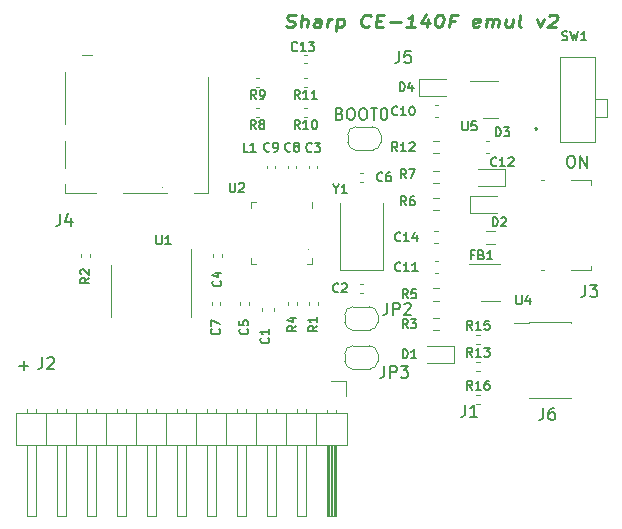
<source format=gbr>
%TF.GenerationSoftware,KiCad,Pcbnew,7.0.5*%
%TF.CreationDate,2023-10-10T15:43:23+02:00*%
%TF.ProjectId,sharp-ce140f-emul_v2,73686172-702d-4636-9531-3430662d656d,rev?*%
%TF.SameCoordinates,Original*%
%TF.FileFunction,Legend,Top*%
%TF.FilePolarity,Positive*%
%FSLAX46Y46*%
G04 Gerber Fmt 4.6, Leading zero omitted, Abs format (unit mm)*
G04 Created by KiCad (PCBNEW 7.0.5) date 2023-10-10 15:43:23*
%MOMM*%
%LPD*%
G01*
G04 APERTURE LIST*
%ADD10C,0.120000*%
%ADD11C,0.250000*%
%ADD12C,0.150000*%
%ADD13C,0.127000*%
%ADD14C,0.100000*%
%ADD15C,0.200000*%
G04 APERTURE END LIST*
D10*
X147264000Y-101212000D02*
G75*
G03*
X147264000Y-101212000I-50000J0D01*
G01*
X159666500Y-106406000D02*
G75*
G03*
X159666500Y-106406000I-50000J0D01*
G01*
D11*
X157712667Y-87524000D02*
X157884714Y-87571619D01*
X157884714Y-87571619D02*
X158181381Y-87571619D01*
X158181381Y-87571619D02*
X158306000Y-87524000D01*
X158306000Y-87524000D02*
X158371286Y-87476380D01*
X158371286Y-87476380D02*
X158442524Y-87381142D01*
X158442524Y-87381142D02*
X158454429Y-87285904D01*
X158454429Y-87285904D02*
X158407000Y-87190666D01*
X158407000Y-87190666D02*
X158353619Y-87143047D01*
X158353619Y-87143047D02*
X158240905Y-87095428D01*
X158240905Y-87095428D02*
X158009524Y-87047809D01*
X158009524Y-87047809D02*
X157896810Y-87000190D01*
X157896810Y-87000190D02*
X157843429Y-86952571D01*
X157843429Y-86952571D02*
X157796000Y-86857333D01*
X157796000Y-86857333D02*
X157807905Y-86762095D01*
X157807905Y-86762095D02*
X157879143Y-86666857D01*
X157879143Y-86666857D02*
X157944429Y-86619238D01*
X157944429Y-86619238D02*
X158069048Y-86571619D01*
X158069048Y-86571619D02*
X158365714Y-86571619D01*
X158365714Y-86571619D02*
X158537762Y-86619238D01*
X158952715Y-87571619D02*
X159077715Y-86571619D01*
X159486715Y-87571619D02*
X159552191Y-87047809D01*
X159552191Y-87047809D02*
X159504762Y-86952571D01*
X159504762Y-86952571D02*
X159392048Y-86904952D01*
X159392048Y-86904952D02*
X159214048Y-86904952D01*
X159214048Y-86904952D02*
X159089429Y-86952571D01*
X159089429Y-86952571D02*
X159024143Y-87000190D01*
X160614048Y-87571619D02*
X160679524Y-87047809D01*
X160679524Y-87047809D02*
X160632095Y-86952571D01*
X160632095Y-86952571D02*
X160519381Y-86904952D01*
X160519381Y-86904952D02*
X160282048Y-86904952D01*
X160282048Y-86904952D02*
X160157429Y-86952571D01*
X160620000Y-87524000D02*
X160495381Y-87571619D01*
X160495381Y-87571619D02*
X160198714Y-87571619D01*
X160198714Y-87571619D02*
X160086000Y-87524000D01*
X160086000Y-87524000D02*
X160038572Y-87428761D01*
X160038572Y-87428761D02*
X160050476Y-87333523D01*
X160050476Y-87333523D02*
X160121714Y-87238285D01*
X160121714Y-87238285D02*
X160246334Y-87190666D01*
X160246334Y-87190666D02*
X160543000Y-87190666D01*
X160543000Y-87190666D02*
X160667619Y-87143047D01*
X161207381Y-87571619D02*
X161290714Y-86904952D01*
X161266905Y-87095428D02*
X161338143Y-87000190D01*
X161338143Y-87000190D02*
X161403428Y-86952571D01*
X161403428Y-86952571D02*
X161528047Y-86904952D01*
X161528047Y-86904952D02*
X161646714Y-86904952D01*
X162062047Y-86904952D02*
X161937047Y-87904952D01*
X162056095Y-86952571D02*
X162180714Y-86904952D01*
X162180714Y-86904952D02*
X162418047Y-86904952D01*
X162418047Y-86904952D02*
X162530761Y-86952571D01*
X162530761Y-86952571D02*
X162584142Y-87000190D01*
X162584142Y-87000190D02*
X162631571Y-87095428D01*
X162631571Y-87095428D02*
X162595857Y-87381142D01*
X162595857Y-87381142D02*
X162524619Y-87476380D01*
X162524619Y-87476380D02*
X162459333Y-87524000D01*
X162459333Y-87524000D02*
X162334714Y-87571619D01*
X162334714Y-87571619D02*
X162097380Y-87571619D01*
X162097380Y-87571619D02*
X161984666Y-87524000D01*
X164779285Y-87476380D02*
X164713999Y-87524000D01*
X164713999Y-87524000D02*
X164530046Y-87571619D01*
X164530046Y-87571619D02*
X164411380Y-87571619D01*
X164411380Y-87571619D02*
X164239332Y-87524000D01*
X164239332Y-87524000D02*
X164132570Y-87428761D01*
X164132570Y-87428761D02*
X164085142Y-87333523D01*
X164085142Y-87333523D02*
X164049618Y-87143047D01*
X164049618Y-87143047D02*
X164067475Y-87000190D01*
X164067475Y-87000190D02*
X164150618Y-86809714D01*
X164150618Y-86809714D02*
X164221856Y-86714476D01*
X164221856Y-86714476D02*
X164352427Y-86619238D01*
X164352427Y-86619238D02*
X164536380Y-86571619D01*
X164536380Y-86571619D02*
X164655046Y-86571619D01*
X164655046Y-86571619D02*
X164827094Y-86619238D01*
X164827094Y-86619238D02*
X164880475Y-86666857D01*
X165366856Y-87047809D02*
X165782189Y-87047809D01*
X165894713Y-87571619D02*
X165301380Y-87571619D01*
X165301380Y-87571619D02*
X165426380Y-86571619D01*
X165426380Y-86571619D02*
X166019713Y-86571619D01*
X166476332Y-87190666D02*
X167425665Y-87190666D01*
X168624046Y-87571619D02*
X167912046Y-87571619D01*
X168268046Y-87571619D02*
X168393046Y-86571619D01*
X168393046Y-86571619D02*
X168256523Y-86714476D01*
X168256523Y-86714476D02*
X168125951Y-86809714D01*
X168125951Y-86809714D02*
X168001332Y-86857333D01*
X169775380Y-86904952D02*
X169692047Y-87571619D01*
X169526333Y-86524000D02*
X169140380Y-87238285D01*
X169140380Y-87238285D02*
X169911713Y-87238285D01*
X170707047Y-86571619D02*
X170825714Y-86571619D01*
X170825714Y-86571619D02*
X170938428Y-86619238D01*
X170938428Y-86619238D02*
X170991809Y-86666857D01*
X170991809Y-86666857D02*
X171039238Y-86762095D01*
X171039238Y-86762095D02*
X171074761Y-86952571D01*
X171074761Y-86952571D02*
X171045000Y-87190666D01*
X171045000Y-87190666D02*
X170961857Y-87381142D01*
X170961857Y-87381142D02*
X170890619Y-87476380D01*
X170890619Y-87476380D02*
X170825333Y-87524000D01*
X170825333Y-87524000D02*
X170700714Y-87571619D01*
X170700714Y-87571619D02*
X170582047Y-87571619D01*
X170582047Y-87571619D02*
X170469333Y-87524000D01*
X170469333Y-87524000D02*
X170415952Y-87476380D01*
X170415952Y-87476380D02*
X170368523Y-87381142D01*
X170368523Y-87381142D02*
X170333000Y-87190666D01*
X170333000Y-87190666D02*
X170362761Y-86952571D01*
X170362761Y-86952571D02*
X170445904Y-86762095D01*
X170445904Y-86762095D02*
X170517142Y-86666857D01*
X170517142Y-86666857D02*
X170582428Y-86619238D01*
X170582428Y-86619238D02*
X170707047Y-86571619D01*
X172012190Y-87047809D02*
X171596857Y-87047809D01*
X171531381Y-87571619D02*
X171656381Y-86571619D01*
X171656381Y-86571619D02*
X172249714Y-86571619D01*
X174029333Y-87524000D02*
X173904714Y-87571619D01*
X173904714Y-87571619D02*
X173667380Y-87571619D01*
X173667380Y-87571619D02*
X173554666Y-87524000D01*
X173554666Y-87524000D02*
X173507238Y-87428761D01*
X173507238Y-87428761D02*
X173554857Y-87047809D01*
X173554857Y-87047809D02*
X173626095Y-86952571D01*
X173626095Y-86952571D02*
X173750714Y-86904952D01*
X173750714Y-86904952D02*
X173988047Y-86904952D01*
X173988047Y-86904952D02*
X174100761Y-86952571D01*
X174100761Y-86952571D02*
X174148190Y-87047809D01*
X174148190Y-87047809D02*
X174136285Y-87143047D01*
X174136285Y-87143047D02*
X173531047Y-87238285D01*
X174616714Y-87571619D02*
X174700047Y-86904952D01*
X174688142Y-87000190D02*
X174753428Y-86952571D01*
X174753428Y-86952571D02*
X174878047Y-86904952D01*
X174878047Y-86904952D02*
X175056047Y-86904952D01*
X175056047Y-86904952D02*
X175168761Y-86952571D01*
X175168761Y-86952571D02*
X175216190Y-87047809D01*
X175216190Y-87047809D02*
X175150714Y-87571619D01*
X175216190Y-87047809D02*
X175287428Y-86952571D01*
X175287428Y-86952571D02*
X175412047Y-86904952D01*
X175412047Y-86904952D02*
X175590047Y-86904952D01*
X175590047Y-86904952D02*
X175702761Y-86952571D01*
X175702761Y-86952571D02*
X175750190Y-87047809D01*
X175750190Y-87047809D02*
X175684714Y-87571619D01*
X176895380Y-86904952D02*
X176812047Y-87571619D01*
X176361380Y-86904952D02*
X176295904Y-87428761D01*
X176295904Y-87428761D02*
X176343333Y-87524000D01*
X176343333Y-87524000D02*
X176456047Y-87571619D01*
X176456047Y-87571619D02*
X176634047Y-87571619D01*
X176634047Y-87571619D02*
X176758666Y-87524000D01*
X176758666Y-87524000D02*
X176823952Y-87476380D01*
X177583380Y-87571619D02*
X177470666Y-87524000D01*
X177470666Y-87524000D02*
X177423237Y-87428761D01*
X177423237Y-87428761D02*
X177530380Y-86571619D01*
X178972046Y-86904952D02*
X179185380Y-87571619D01*
X179185380Y-87571619D02*
X179565380Y-86904952D01*
X180010475Y-86666857D02*
X180075760Y-86619238D01*
X180075760Y-86619238D02*
X180200379Y-86571619D01*
X180200379Y-86571619D02*
X180497046Y-86571619D01*
X180497046Y-86571619D02*
X180609760Y-86619238D01*
X180609760Y-86619238D02*
X180663141Y-86666857D01*
X180663141Y-86666857D02*
X180710570Y-86762095D01*
X180710570Y-86762095D02*
X180698665Y-86857333D01*
X180698665Y-86857333D02*
X180621475Y-87000190D01*
X180621475Y-87000190D02*
X179838046Y-87571619D01*
X179838046Y-87571619D02*
X180609379Y-87571619D01*
D12*
X135149048Y-116271866D02*
X135910953Y-116271866D01*
X135530000Y-116652819D02*
X135530000Y-115890914D01*
D13*
X181743047Y-98493416D02*
X181936571Y-98493416D01*
X181936571Y-98493416D02*
X182033333Y-98541797D01*
X182033333Y-98541797D02*
X182130095Y-98638559D01*
X182130095Y-98638559D02*
X182178476Y-98832083D01*
X182178476Y-98832083D02*
X182178476Y-99170750D01*
X182178476Y-99170750D02*
X182130095Y-99364274D01*
X182130095Y-99364274D02*
X182033333Y-99461036D01*
X182033333Y-99461036D02*
X181936571Y-99509416D01*
X181936571Y-99509416D02*
X181743047Y-99509416D01*
X181743047Y-99509416D02*
X181646285Y-99461036D01*
X181646285Y-99461036D02*
X181549523Y-99364274D01*
X181549523Y-99364274D02*
X181501142Y-99170750D01*
X181501142Y-99170750D02*
X181501142Y-98832083D01*
X181501142Y-98832083D02*
X181549523Y-98638559D01*
X181549523Y-98638559D02*
X181646285Y-98541797D01*
X181646285Y-98541797D02*
X181743047Y-98493416D01*
X182613904Y-99509416D02*
X182613904Y-98493416D01*
X182613904Y-98493416D02*
X183194476Y-99509416D01*
X183194476Y-99509416D02*
X183194476Y-98493416D01*
D12*
%TO.C,C1*%
X156228144Y-113918999D02*
X156264430Y-113955285D01*
X156264430Y-113955285D02*
X156300715Y-114064142D01*
X156300715Y-114064142D02*
X156300715Y-114136714D01*
X156300715Y-114136714D02*
X156264430Y-114245571D01*
X156264430Y-114245571D02*
X156191858Y-114318142D01*
X156191858Y-114318142D02*
X156119287Y-114354428D01*
X156119287Y-114354428D02*
X155974144Y-114390714D01*
X155974144Y-114390714D02*
X155865287Y-114390714D01*
X155865287Y-114390714D02*
X155720144Y-114354428D01*
X155720144Y-114354428D02*
X155647572Y-114318142D01*
X155647572Y-114318142D02*
X155575001Y-114245571D01*
X155575001Y-114245571D02*
X155538715Y-114136714D01*
X155538715Y-114136714D02*
X155538715Y-114064142D01*
X155538715Y-114064142D02*
X155575001Y-113955285D01*
X155575001Y-113955285D02*
X155611287Y-113918999D01*
X156300715Y-113193285D02*
X156300715Y-113628714D01*
X156300715Y-113410999D02*
X155538715Y-113410999D01*
X155538715Y-113410999D02*
X155647572Y-113483571D01*
X155647572Y-113483571D02*
X155720144Y-113556142D01*
X155720144Y-113556142D02*
X155756430Y-113628714D01*
%TO.C,C2*%
X162151000Y-110000144D02*
X162114714Y-110036430D01*
X162114714Y-110036430D02*
X162005857Y-110072715D01*
X162005857Y-110072715D02*
X161933285Y-110072715D01*
X161933285Y-110072715D02*
X161824428Y-110036430D01*
X161824428Y-110036430D02*
X161751857Y-109963858D01*
X161751857Y-109963858D02*
X161715571Y-109891287D01*
X161715571Y-109891287D02*
X161679285Y-109746144D01*
X161679285Y-109746144D02*
X161679285Y-109637287D01*
X161679285Y-109637287D02*
X161715571Y-109492144D01*
X161715571Y-109492144D02*
X161751857Y-109419572D01*
X161751857Y-109419572D02*
X161824428Y-109347001D01*
X161824428Y-109347001D02*
X161933285Y-109310715D01*
X161933285Y-109310715D02*
X162005857Y-109310715D01*
X162005857Y-109310715D02*
X162114714Y-109347001D01*
X162114714Y-109347001D02*
X162151000Y-109383287D01*
X162441285Y-109383287D02*
X162477571Y-109347001D01*
X162477571Y-109347001D02*
X162550143Y-109310715D01*
X162550143Y-109310715D02*
X162731571Y-109310715D01*
X162731571Y-109310715D02*
X162804143Y-109347001D01*
X162804143Y-109347001D02*
X162840428Y-109383287D01*
X162840428Y-109383287D02*
X162876714Y-109455858D01*
X162876714Y-109455858D02*
X162876714Y-109528430D01*
X162876714Y-109528430D02*
X162840428Y-109637287D01*
X162840428Y-109637287D02*
X162405000Y-110072715D01*
X162405000Y-110072715D02*
X162876714Y-110072715D01*
%TO.C,C3*%
X159887311Y-98105259D02*
X159851025Y-98141545D01*
X159851025Y-98141545D02*
X159742168Y-98177830D01*
X159742168Y-98177830D02*
X159669596Y-98177830D01*
X159669596Y-98177830D02*
X159560739Y-98141545D01*
X159560739Y-98141545D02*
X159488168Y-98068973D01*
X159488168Y-98068973D02*
X159451882Y-97996402D01*
X159451882Y-97996402D02*
X159415596Y-97851259D01*
X159415596Y-97851259D02*
X159415596Y-97742402D01*
X159415596Y-97742402D02*
X159451882Y-97597259D01*
X159451882Y-97597259D02*
X159488168Y-97524687D01*
X159488168Y-97524687D02*
X159560739Y-97452116D01*
X159560739Y-97452116D02*
X159669596Y-97415830D01*
X159669596Y-97415830D02*
X159742168Y-97415830D01*
X159742168Y-97415830D02*
X159851025Y-97452116D01*
X159851025Y-97452116D02*
X159887311Y-97488402D01*
X160141311Y-97415830D02*
X160613025Y-97415830D01*
X160613025Y-97415830D02*
X160359025Y-97706116D01*
X160359025Y-97706116D02*
X160467882Y-97706116D01*
X160467882Y-97706116D02*
X160540454Y-97742402D01*
X160540454Y-97742402D02*
X160576739Y-97778687D01*
X160576739Y-97778687D02*
X160613025Y-97851259D01*
X160613025Y-97851259D02*
X160613025Y-98032687D01*
X160613025Y-98032687D02*
X160576739Y-98105259D01*
X160576739Y-98105259D02*
X160540454Y-98141545D01*
X160540454Y-98141545D02*
X160467882Y-98177830D01*
X160467882Y-98177830D02*
X160250168Y-98177830D01*
X160250168Y-98177830D02*
X160177596Y-98141545D01*
X160177596Y-98141545D02*
X160141311Y-98105259D01*
%TO.C,C4*%
X152164144Y-109092999D02*
X152200430Y-109129285D01*
X152200430Y-109129285D02*
X152236715Y-109238142D01*
X152236715Y-109238142D02*
X152236715Y-109310714D01*
X152236715Y-109310714D02*
X152200430Y-109419571D01*
X152200430Y-109419571D02*
X152127858Y-109492142D01*
X152127858Y-109492142D02*
X152055287Y-109528428D01*
X152055287Y-109528428D02*
X151910144Y-109564714D01*
X151910144Y-109564714D02*
X151801287Y-109564714D01*
X151801287Y-109564714D02*
X151656144Y-109528428D01*
X151656144Y-109528428D02*
X151583572Y-109492142D01*
X151583572Y-109492142D02*
X151511001Y-109419571D01*
X151511001Y-109419571D02*
X151474715Y-109310714D01*
X151474715Y-109310714D02*
X151474715Y-109238142D01*
X151474715Y-109238142D02*
X151511001Y-109129285D01*
X151511001Y-109129285D02*
X151547287Y-109092999D01*
X151728715Y-108439857D02*
X152236715Y-108439857D01*
X151438430Y-108621285D02*
X151982715Y-108802714D01*
X151982715Y-108802714D02*
X151982715Y-108330999D01*
%TO.C,C5*%
X154450144Y-113156999D02*
X154486430Y-113193285D01*
X154486430Y-113193285D02*
X154522715Y-113302142D01*
X154522715Y-113302142D02*
X154522715Y-113374714D01*
X154522715Y-113374714D02*
X154486430Y-113483571D01*
X154486430Y-113483571D02*
X154413858Y-113556142D01*
X154413858Y-113556142D02*
X154341287Y-113592428D01*
X154341287Y-113592428D02*
X154196144Y-113628714D01*
X154196144Y-113628714D02*
X154087287Y-113628714D01*
X154087287Y-113628714D02*
X153942144Y-113592428D01*
X153942144Y-113592428D02*
X153869572Y-113556142D01*
X153869572Y-113556142D02*
X153797001Y-113483571D01*
X153797001Y-113483571D02*
X153760715Y-113374714D01*
X153760715Y-113374714D02*
X153760715Y-113302142D01*
X153760715Y-113302142D02*
X153797001Y-113193285D01*
X153797001Y-113193285D02*
X153833287Y-113156999D01*
X153760715Y-112467571D02*
X153760715Y-112830428D01*
X153760715Y-112830428D02*
X154123572Y-112866714D01*
X154123572Y-112866714D02*
X154087287Y-112830428D01*
X154087287Y-112830428D02*
X154051001Y-112757857D01*
X154051001Y-112757857D02*
X154051001Y-112576428D01*
X154051001Y-112576428D02*
X154087287Y-112503857D01*
X154087287Y-112503857D02*
X154123572Y-112467571D01*
X154123572Y-112467571D02*
X154196144Y-112431285D01*
X154196144Y-112431285D02*
X154377572Y-112431285D01*
X154377572Y-112431285D02*
X154450144Y-112467571D01*
X154450144Y-112467571D02*
X154486430Y-112503857D01*
X154486430Y-112503857D02*
X154522715Y-112576428D01*
X154522715Y-112576428D02*
X154522715Y-112757857D01*
X154522715Y-112757857D02*
X154486430Y-112830428D01*
X154486430Y-112830428D02*
X154450144Y-112866714D01*
%TO.C,C6*%
X165877000Y-100602144D02*
X165840714Y-100638430D01*
X165840714Y-100638430D02*
X165731857Y-100674715D01*
X165731857Y-100674715D02*
X165659285Y-100674715D01*
X165659285Y-100674715D02*
X165550428Y-100638430D01*
X165550428Y-100638430D02*
X165477857Y-100565858D01*
X165477857Y-100565858D02*
X165441571Y-100493287D01*
X165441571Y-100493287D02*
X165405285Y-100348144D01*
X165405285Y-100348144D02*
X165405285Y-100239287D01*
X165405285Y-100239287D02*
X165441571Y-100094144D01*
X165441571Y-100094144D02*
X165477857Y-100021572D01*
X165477857Y-100021572D02*
X165550428Y-99949001D01*
X165550428Y-99949001D02*
X165659285Y-99912715D01*
X165659285Y-99912715D02*
X165731857Y-99912715D01*
X165731857Y-99912715D02*
X165840714Y-99949001D01*
X165840714Y-99949001D02*
X165877000Y-99985287D01*
X166530143Y-99912715D02*
X166385000Y-99912715D01*
X166385000Y-99912715D02*
X166312428Y-99949001D01*
X166312428Y-99949001D02*
X166276143Y-99985287D01*
X166276143Y-99985287D02*
X166203571Y-100094144D01*
X166203571Y-100094144D02*
X166167285Y-100239287D01*
X166167285Y-100239287D02*
X166167285Y-100529572D01*
X166167285Y-100529572D02*
X166203571Y-100602144D01*
X166203571Y-100602144D02*
X166239857Y-100638430D01*
X166239857Y-100638430D02*
X166312428Y-100674715D01*
X166312428Y-100674715D02*
X166457571Y-100674715D01*
X166457571Y-100674715D02*
X166530143Y-100638430D01*
X166530143Y-100638430D02*
X166566428Y-100602144D01*
X166566428Y-100602144D02*
X166602714Y-100529572D01*
X166602714Y-100529572D02*
X166602714Y-100348144D01*
X166602714Y-100348144D02*
X166566428Y-100275572D01*
X166566428Y-100275572D02*
X166530143Y-100239287D01*
X166530143Y-100239287D02*
X166457571Y-100203001D01*
X166457571Y-100203001D02*
X166312428Y-100203001D01*
X166312428Y-100203001D02*
X166239857Y-100239287D01*
X166239857Y-100239287D02*
X166203571Y-100275572D01*
X166203571Y-100275572D02*
X166167285Y-100348144D01*
%TO.C,C7*%
X152052144Y-113156999D02*
X152088430Y-113193285D01*
X152088430Y-113193285D02*
X152124715Y-113302142D01*
X152124715Y-113302142D02*
X152124715Y-113374714D01*
X152124715Y-113374714D02*
X152088430Y-113483571D01*
X152088430Y-113483571D02*
X152015858Y-113556142D01*
X152015858Y-113556142D02*
X151943287Y-113592428D01*
X151943287Y-113592428D02*
X151798144Y-113628714D01*
X151798144Y-113628714D02*
X151689287Y-113628714D01*
X151689287Y-113628714D02*
X151544144Y-113592428D01*
X151544144Y-113592428D02*
X151471572Y-113556142D01*
X151471572Y-113556142D02*
X151399001Y-113483571D01*
X151399001Y-113483571D02*
X151362715Y-113374714D01*
X151362715Y-113374714D02*
X151362715Y-113302142D01*
X151362715Y-113302142D02*
X151399001Y-113193285D01*
X151399001Y-113193285D02*
X151435287Y-113156999D01*
X151362715Y-112902999D02*
X151362715Y-112394999D01*
X151362715Y-112394999D02*
X152124715Y-112721571D01*
%TO.C,C10*%
X167150143Y-95000144D02*
X167113857Y-95036430D01*
X167113857Y-95036430D02*
X167005000Y-95072715D01*
X167005000Y-95072715D02*
X166932428Y-95072715D01*
X166932428Y-95072715D02*
X166823571Y-95036430D01*
X166823571Y-95036430D02*
X166751000Y-94963858D01*
X166751000Y-94963858D02*
X166714714Y-94891287D01*
X166714714Y-94891287D02*
X166678428Y-94746144D01*
X166678428Y-94746144D02*
X166678428Y-94637287D01*
X166678428Y-94637287D02*
X166714714Y-94492144D01*
X166714714Y-94492144D02*
X166751000Y-94419572D01*
X166751000Y-94419572D02*
X166823571Y-94347001D01*
X166823571Y-94347001D02*
X166932428Y-94310715D01*
X166932428Y-94310715D02*
X167005000Y-94310715D01*
X167005000Y-94310715D02*
X167113857Y-94347001D01*
X167113857Y-94347001D02*
X167150143Y-94383287D01*
X167875857Y-95072715D02*
X167440428Y-95072715D01*
X167658143Y-95072715D02*
X167658143Y-94310715D01*
X167658143Y-94310715D02*
X167585571Y-94419572D01*
X167585571Y-94419572D02*
X167513000Y-94492144D01*
X167513000Y-94492144D02*
X167440428Y-94528430D01*
X168347571Y-94310715D02*
X168420142Y-94310715D01*
X168420142Y-94310715D02*
X168492714Y-94347001D01*
X168492714Y-94347001D02*
X168529000Y-94383287D01*
X168529000Y-94383287D02*
X168565285Y-94455858D01*
X168565285Y-94455858D02*
X168601571Y-94601001D01*
X168601571Y-94601001D02*
X168601571Y-94782430D01*
X168601571Y-94782430D02*
X168565285Y-94927572D01*
X168565285Y-94927572D02*
X168529000Y-95000144D01*
X168529000Y-95000144D02*
X168492714Y-95036430D01*
X168492714Y-95036430D02*
X168420142Y-95072715D01*
X168420142Y-95072715D02*
X168347571Y-95072715D01*
X168347571Y-95072715D02*
X168275000Y-95036430D01*
X168275000Y-95036430D02*
X168238714Y-95000144D01*
X168238714Y-95000144D02*
X168202428Y-94927572D01*
X168202428Y-94927572D02*
X168166142Y-94782430D01*
X168166142Y-94782430D02*
X168166142Y-94601001D01*
X168166142Y-94601001D02*
X168202428Y-94455858D01*
X168202428Y-94455858D02*
X168238714Y-94383287D01*
X168238714Y-94383287D02*
X168275000Y-94347001D01*
X168275000Y-94347001D02*
X168347571Y-94310715D01*
%TO.C,C11*%
X167404143Y-108208144D02*
X167367857Y-108244430D01*
X167367857Y-108244430D02*
X167259000Y-108280715D01*
X167259000Y-108280715D02*
X167186428Y-108280715D01*
X167186428Y-108280715D02*
X167077571Y-108244430D01*
X167077571Y-108244430D02*
X167005000Y-108171858D01*
X167005000Y-108171858D02*
X166968714Y-108099287D01*
X166968714Y-108099287D02*
X166932428Y-107954144D01*
X166932428Y-107954144D02*
X166932428Y-107845287D01*
X166932428Y-107845287D02*
X166968714Y-107700144D01*
X166968714Y-107700144D02*
X167005000Y-107627572D01*
X167005000Y-107627572D02*
X167077571Y-107555001D01*
X167077571Y-107555001D02*
X167186428Y-107518715D01*
X167186428Y-107518715D02*
X167259000Y-107518715D01*
X167259000Y-107518715D02*
X167367857Y-107555001D01*
X167367857Y-107555001D02*
X167404143Y-107591287D01*
X168129857Y-108280715D02*
X167694428Y-108280715D01*
X167912143Y-108280715D02*
X167912143Y-107518715D01*
X167912143Y-107518715D02*
X167839571Y-107627572D01*
X167839571Y-107627572D02*
X167767000Y-107700144D01*
X167767000Y-107700144D02*
X167694428Y-107736430D01*
X168855571Y-108280715D02*
X168420142Y-108280715D01*
X168637857Y-108280715D02*
X168637857Y-107518715D01*
X168637857Y-107518715D02*
X168565285Y-107627572D01*
X168565285Y-107627572D02*
X168492714Y-107700144D01*
X168492714Y-107700144D02*
X168420142Y-107736430D01*
%TO.C,D1*%
X167585571Y-115646715D02*
X167585571Y-114884715D01*
X167585571Y-114884715D02*
X167767000Y-114884715D01*
X167767000Y-114884715D02*
X167875857Y-114921001D01*
X167875857Y-114921001D02*
X167948428Y-114993572D01*
X167948428Y-114993572D02*
X167984714Y-115066144D01*
X167984714Y-115066144D02*
X168021000Y-115211287D01*
X168021000Y-115211287D02*
X168021000Y-115320144D01*
X168021000Y-115320144D02*
X167984714Y-115465287D01*
X167984714Y-115465287D02*
X167948428Y-115537858D01*
X167948428Y-115537858D02*
X167875857Y-115610430D01*
X167875857Y-115610430D02*
X167767000Y-115646715D01*
X167767000Y-115646715D02*
X167585571Y-115646715D01*
X168746714Y-115646715D02*
X168311285Y-115646715D01*
X168529000Y-115646715D02*
X168529000Y-114884715D01*
X168529000Y-114884715D02*
X168456428Y-114993572D01*
X168456428Y-114993572D02*
X168383857Y-115066144D01*
X168383857Y-115066144D02*
X168311285Y-115102430D01*
%TO.C,D2*%
X175205571Y-104470715D02*
X175205571Y-103708715D01*
X175205571Y-103708715D02*
X175387000Y-103708715D01*
X175387000Y-103708715D02*
X175495857Y-103745001D01*
X175495857Y-103745001D02*
X175568428Y-103817572D01*
X175568428Y-103817572D02*
X175604714Y-103890144D01*
X175604714Y-103890144D02*
X175641000Y-104035287D01*
X175641000Y-104035287D02*
X175641000Y-104144144D01*
X175641000Y-104144144D02*
X175604714Y-104289287D01*
X175604714Y-104289287D02*
X175568428Y-104361858D01*
X175568428Y-104361858D02*
X175495857Y-104434430D01*
X175495857Y-104434430D02*
X175387000Y-104470715D01*
X175387000Y-104470715D02*
X175205571Y-104470715D01*
X175931285Y-103781287D02*
X175967571Y-103745001D01*
X175967571Y-103745001D02*
X176040143Y-103708715D01*
X176040143Y-103708715D02*
X176221571Y-103708715D01*
X176221571Y-103708715D02*
X176294143Y-103745001D01*
X176294143Y-103745001D02*
X176330428Y-103781287D01*
X176330428Y-103781287D02*
X176366714Y-103853858D01*
X176366714Y-103853858D02*
X176366714Y-103926430D01*
X176366714Y-103926430D02*
X176330428Y-104035287D01*
X176330428Y-104035287D02*
X175895000Y-104470715D01*
X175895000Y-104470715D02*
X176366714Y-104470715D01*
%TO.C,FB1*%
X173609000Y-106879572D02*
X173355000Y-106879572D01*
X173355000Y-107278715D02*
X173355000Y-106516715D01*
X173355000Y-106516715D02*
X173717857Y-106516715D01*
X174262143Y-106879572D02*
X174371000Y-106915858D01*
X174371000Y-106915858D02*
X174407286Y-106952144D01*
X174407286Y-106952144D02*
X174443572Y-107024715D01*
X174443572Y-107024715D02*
X174443572Y-107133572D01*
X174443572Y-107133572D02*
X174407286Y-107206144D01*
X174407286Y-107206144D02*
X174371000Y-107242430D01*
X174371000Y-107242430D02*
X174298429Y-107278715D01*
X174298429Y-107278715D02*
X174008143Y-107278715D01*
X174008143Y-107278715D02*
X174008143Y-106516715D01*
X174008143Y-106516715D02*
X174262143Y-106516715D01*
X174262143Y-106516715D02*
X174334715Y-106553001D01*
X174334715Y-106553001D02*
X174371000Y-106589287D01*
X174371000Y-106589287D02*
X174407286Y-106661858D01*
X174407286Y-106661858D02*
X174407286Y-106734430D01*
X174407286Y-106734430D02*
X174371000Y-106807001D01*
X174371000Y-106807001D02*
X174334715Y-106843287D01*
X174334715Y-106843287D02*
X174262143Y-106879572D01*
X174262143Y-106879572D02*
X174008143Y-106879572D01*
X175169286Y-107278715D02*
X174733857Y-107278715D01*
X174951572Y-107278715D02*
X174951572Y-106516715D01*
X174951572Y-106516715D02*
X174879000Y-106625572D01*
X174879000Y-106625572D02*
X174806429Y-106698144D01*
X174806429Y-106698144D02*
X174733857Y-106734430D01*
%TO.C,J2*%
X137080666Y-115532819D02*
X137080666Y-116247104D01*
X137080666Y-116247104D02*
X137033047Y-116389961D01*
X137033047Y-116389961D02*
X136937809Y-116485200D01*
X136937809Y-116485200D02*
X136794952Y-116532819D01*
X136794952Y-116532819D02*
X136699714Y-116532819D01*
X137509238Y-115628057D02*
X137556857Y-115580438D01*
X137556857Y-115580438D02*
X137652095Y-115532819D01*
X137652095Y-115532819D02*
X137890190Y-115532819D01*
X137890190Y-115532819D02*
X137985428Y-115580438D01*
X137985428Y-115580438D02*
X138033047Y-115628057D01*
X138033047Y-115628057D02*
X138080666Y-115723295D01*
X138080666Y-115723295D02*
X138080666Y-115818533D01*
X138080666Y-115818533D02*
X138033047Y-115961390D01*
X138033047Y-115961390D02*
X137461619Y-116532819D01*
X137461619Y-116532819D02*
X138080666Y-116532819D01*
%TO.C,JP1*%
X162250666Y-94927009D02*
X162393523Y-94974628D01*
X162393523Y-94974628D02*
X162441142Y-95022247D01*
X162441142Y-95022247D02*
X162488761Y-95117485D01*
X162488761Y-95117485D02*
X162488761Y-95260342D01*
X162488761Y-95260342D02*
X162441142Y-95355580D01*
X162441142Y-95355580D02*
X162393523Y-95403200D01*
X162393523Y-95403200D02*
X162298285Y-95450819D01*
X162298285Y-95450819D02*
X161917333Y-95450819D01*
X161917333Y-95450819D02*
X161917333Y-94450819D01*
X161917333Y-94450819D02*
X162250666Y-94450819D01*
X162250666Y-94450819D02*
X162345904Y-94498438D01*
X162345904Y-94498438D02*
X162393523Y-94546057D01*
X162393523Y-94546057D02*
X162441142Y-94641295D01*
X162441142Y-94641295D02*
X162441142Y-94736533D01*
X162441142Y-94736533D02*
X162393523Y-94831771D01*
X162393523Y-94831771D02*
X162345904Y-94879390D01*
X162345904Y-94879390D02*
X162250666Y-94927009D01*
X162250666Y-94927009D02*
X161917333Y-94927009D01*
X163107809Y-94450819D02*
X163298285Y-94450819D01*
X163298285Y-94450819D02*
X163393523Y-94498438D01*
X163393523Y-94498438D02*
X163488761Y-94593676D01*
X163488761Y-94593676D02*
X163536380Y-94784152D01*
X163536380Y-94784152D02*
X163536380Y-95117485D01*
X163536380Y-95117485D02*
X163488761Y-95307961D01*
X163488761Y-95307961D02*
X163393523Y-95403200D01*
X163393523Y-95403200D02*
X163298285Y-95450819D01*
X163298285Y-95450819D02*
X163107809Y-95450819D01*
X163107809Y-95450819D02*
X163012571Y-95403200D01*
X163012571Y-95403200D02*
X162917333Y-95307961D01*
X162917333Y-95307961D02*
X162869714Y-95117485D01*
X162869714Y-95117485D02*
X162869714Y-94784152D01*
X162869714Y-94784152D02*
X162917333Y-94593676D01*
X162917333Y-94593676D02*
X163012571Y-94498438D01*
X163012571Y-94498438D02*
X163107809Y-94450819D01*
X164155428Y-94450819D02*
X164345904Y-94450819D01*
X164345904Y-94450819D02*
X164441142Y-94498438D01*
X164441142Y-94498438D02*
X164536380Y-94593676D01*
X164536380Y-94593676D02*
X164583999Y-94784152D01*
X164583999Y-94784152D02*
X164583999Y-95117485D01*
X164583999Y-95117485D02*
X164536380Y-95307961D01*
X164536380Y-95307961D02*
X164441142Y-95403200D01*
X164441142Y-95403200D02*
X164345904Y-95450819D01*
X164345904Y-95450819D02*
X164155428Y-95450819D01*
X164155428Y-95450819D02*
X164060190Y-95403200D01*
X164060190Y-95403200D02*
X163964952Y-95307961D01*
X163964952Y-95307961D02*
X163917333Y-95117485D01*
X163917333Y-95117485D02*
X163917333Y-94784152D01*
X163917333Y-94784152D02*
X163964952Y-94593676D01*
X163964952Y-94593676D02*
X164060190Y-94498438D01*
X164060190Y-94498438D02*
X164155428Y-94450819D01*
X164869714Y-94450819D02*
X165441142Y-94450819D01*
X165155428Y-95450819D02*
X165155428Y-94450819D01*
X165964952Y-94450819D02*
X166060190Y-94450819D01*
X166060190Y-94450819D02*
X166155428Y-94498438D01*
X166155428Y-94498438D02*
X166203047Y-94546057D01*
X166203047Y-94546057D02*
X166250666Y-94641295D01*
X166250666Y-94641295D02*
X166298285Y-94831771D01*
X166298285Y-94831771D02*
X166298285Y-95069866D01*
X166298285Y-95069866D02*
X166250666Y-95260342D01*
X166250666Y-95260342D02*
X166203047Y-95355580D01*
X166203047Y-95355580D02*
X166155428Y-95403200D01*
X166155428Y-95403200D02*
X166060190Y-95450819D01*
X166060190Y-95450819D02*
X165964952Y-95450819D01*
X165964952Y-95450819D02*
X165869714Y-95403200D01*
X165869714Y-95403200D02*
X165822095Y-95355580D01*
X165822095Y-95355580D02*
X165774476Y-95260342D01*
X165774476Y-95260342D02*
X165726857Y-95069866D01*
X165726857Y-95069866D02*
X165726857Y-94831771D01*
X165726857Y-94831771D02*
X165774476Y-94641295D01*
X165774476Y-94641295D02*
X165822095Y-94546057D01*
X165822095Y-94546057D02*
X165869714Y-94498438D01*
X165869714Y-94498438D02*
X165964952Y-94450819D01*
%TO.C,L1*%
X154480243Y-98160594D02*
X154117386Y-98160594D01*
X154117386Y-98160594D02*
X154117386Y-97398594D01*
X155133386Y-98160594D02*
X154697957Y-98160594D01*
X154915672Y-98160594D02*
X154915672Y-97398594D01*
X154915672Y-97398594D02*
X154843100Y-97507451D01*
X154843100Y-97507451D02*
X154770529Y-97580023D01*
X154770529Y-97580023D02*
X154697957Y-97616309D01*
%TO.C,R1*%
X160364715Y-112902999D02*
X160001858Y-113156999D01*
X160364715Y-113338428D02*
X159602715Y-113338428D01*
X159602715Y-113338428D02*
X159602715Y-113048142D01*
X159602715Y-113048142D02*
X159639001Y-112975571D01*
X159639001Y-112975571D02*
X159675287Y-112939285D01*
X159675287Y-112939285D02*
X159747858Y-112902999D01*
X159747858Y-112902999D02*
X159856715Y-112902999D01*
X159856715Y-112902999D02*
X159929287Y-112939285D01*
X159929287Y-112939285D02*
X159965572Y-112975571D01*
X159965572Y-112975571D02*
X160001858Y-113048142D01*
X160001858Y-113048142D02*
X160001858Y-113338428D01*
X160364715Y-112177285D02*
X160364715Y-112612714D01*
X160364715Y-112394999D02*
X159602715Y-112394999D01*
X159602715Y-112394999D02*
X159711572Y-112467571D01*
X159711572Y-112467571D02*
X159784144Y-112540142D01*
X159784144Y-112540142D02*
X159820430Y-112612714D01*
%TO.C,R2*%
X141062715Y-108838999D02*
X140699858Y-109092999D01*
X141062715Y-109274428D02*
X140300715Y-109274428D01*
X140300715Y-109274428D02*
X140300715Y-108984142D01*
X140300715Y-108984142D02*
X140337001Y-108911571D01*
X140337001Y-108911571D02*
X140373287Y-108875285D01*
X140373287Y-108875285D02*
X140445858Y-108838999D01*
X140445858Y-108838999D02*
X140554715Y-108838999D01*
X140554715Y-108838999D02*
X140627287Y-108875285D01*
X140627287Y-108875285D02*
X140663572Y-108911571D01*
X140663572Y-108911571D02*
X140699858Y-108984142D01*
X140699858Y-108984142D02*
X140699858Y-109274428D01*
X140373287Y-108548714D02*
X140337001Y-108512428D01*
X140337001Y-108512428D02*
X140300715Y-108439857D01*
X140300715Y-108439857D02*
X140300715Y-108258428D01*
X140300715Y-108258428D02*
X140337001Y-108185857D01*
X140337001Y-108185857D02*
X140373287Y-108149571D01*
X140373287Y-108149571D02*
X140445858Y-108113285D01*
X140445858Y-108113285D02*
X140518430Y-108113285D01*
X140518430Y-108113285D02*
X140627287Y-108149571D01*
X140627287Y-108149571D02*
X141062715Y-108584999D01*
X141062715Y-108584999D02*
X141062715Y-108113285D01*
%TO.C,R3*%
X168021000Y-113106715D02*
X167767000Y-112743858D01*
X167585571Y-113106715D02*
X167585571Y-112344715D01*
X167585571Y-112344715D02*
X167875857Y-112344715D01*
X167875857Y-112344715D02*
X167948428Y-112381001D01*
X167948428Y-112381001D02*
X167984714Y-112417287D01*
X167984714Y-112417287D02*
X168021000Y-112489858D01*
X168021000Y-112489858D02*
X168021000Y-112598715D01*
X168021000Y-112598715D02*
X167984714Y-112671287D01*
X167984714Y-112671287D02*
X167948428Y-112707572D01*
X167948428Y-112707572D02*
X167875857Y-112743858D01*
X167875857Y-112743858D02*
X167585571Y-112743858D01*
X168275000Y-112344715D02*
X168746714Y-112344715D01*
X168746714Y-112344715D02*
X168492714Y-112635001D01*
X168492714Y-112635001D02*
X168601571Y-112635001D01*
X168601571Y-112635001D02*
X168674143Y-112671287D01*
X168674143Y-112671287D02*
X168710428Y-112707572D01*
X168710428Y-112707572D02*
X168746714Y-112780144D01*
X168746714Y-112780144D02*
X168746714Y-112961572D01*
X168746714Y-112961572D02*
X168710428Y-113034144D01*
X168710428Y-113034144D02*
X168674143Y-113070430D01*
X168674143Y-113070430D02*
X168601571Y-113106715D01*
X168601571Y-113106715D02*
X168383857Y-113106715D01*
X168383857Y-113106715D02*
X168311285Y-113070430D01*
X168311285Y-113070430D02*
X168275000Y-113034144D01*
%TO.C,U1*%
X146739428Y-105246715D02*
X146739428Y-105863572D01*
X146739428Y-105863572D02*
X146775714Y-105936144D01*
X146775714Y-105936144D02*
X146812000Y-105972430D01*
X146812000Y-105972430D02*
X146884571Y-106008715D01*
X146884571Y-106008715D02*
X147029714Y-106008715D01*
X147029714Y-106008715D02*
X147102285Y-105972430D01*
X147102285Y-105972430D02*
X147138571Y-105936144D01*
X147138571Y-105936144D02*
X147174857Y-105863572D01*
X147174857Y-105863572D02*
X147174857Y-105246715D01*
X147936857Y-106008715D02*
X147501428Y-106008715D01*
X147719143Y-106008715D02*
X147719143Y-105246715D01*
X147719143Y-105246715D02*
X147646571Y-105355572D01*
X147646571Y-105355572D02*
X147574000Y-105428144D01*
X147574000Y-105428144D02*
X147501428Y-105464430D01*
%TO.C,Y1*%
X161943143Y-101327858D02*
X161943143Y-101690715D01*
X161689143Y-100928715D02*
X161943143Y-101327858D01*
X161943143Y-101327858D02*
X162197143Y-100928715D01*
X162850286Y-101690715D02*
X162414857Y-101690715D01*
X162632572Y-101690715D02*
X162632572Y-100928715D01*
X162632572Y-100928715D02*
X162560000Y-101037572D01*
X162560000Y-101037572D02*
X162487429Y-101110144D01*
X162487429Y-101110144D02*
X162414857Y-101146430D01*
%TO.C,J1*%
X172880666Y-119596819D02*
X172880666Y-120311104D01*
X172880666Y-120311104D02*
X172833047Y-120453961D01*
X172833047Y-120453961D02*
X172737809Y-120549200D01*
X172737809Y-120549200D02*
X172594952Y-120596819D01*
X172594952Y-120596819D02*
X172499714Y-120596819D01*
X173880666Y-120596819D02*
X173309238Y-120596819D01*
X173594952Y-120596819D02*
X173594952Y-119596819D01*
X173594952Y-119596819D02*
X173499714Y-119739676D01*
X173499714Y-119739676D02*
X173404476Y-119834914D01*
X173404476Y-119834914D02*
X173309238Y-119882533D01*
%TO.C,R4*%
X158586715Y-112902999D02*
X158223858Y-113156999D01*
X158586715Y-113338428D02*
X157824715Y-113338428D01*
X157824715Y-113338428D02*
X157824715Y-113048142D01*
X157824715Y-113048142D02*
X157861001Y-112975571D01*
X157861001Y-112975571D02*
X157897287Y-112939285D01*
X157897287Y-112939285D02*
X157969858Y-112902999D01*
X157969858Y-112902999D02*
X158078715Y-112902999D01*
X158078715Y-112902999D02*
X158151287Y-112939285D01*
X158151287Y-112939285D02*
X158187572Y-112975571D01*
X158187572Y-112975571D02*
X158223858Y-113048142D01*
X158223858Y-113048142D02*
X158223858Y-113338428D01*
X158078715Y-112249857D02*
X158586715Y-112249857D01*
X157788430Y-112431285D02*
X158332715Y-112612714D01*
X158332715Y-112612714D02*
X158332715Y-112140999D01*
%TO.C,J3*%
X183054666Y-109436819D02*
X183054666Y-110151104D01*
X183054666Y-110151104D02*
X183007047Y-110293961D01*
X183007047Y-110293961D02*
X182911809Y-110389200D01*
X182911809Y-110389200D02*
X182768952Y-110436819D01*
X182768952Y-110436819D02*
X182673714Y-110436819D01*
X183435619Y-109436819D02*
X184054666Y-109436819D01*
X184054666Y-109436819D02*
X183721333Y-109817771D01*
X183721333Y-109817771D02*
X183864190Y-109817771D01*
X183864190Y-109817771D02*
X183959428Y-109865390D01*
X183959428Y-109865390D02*
X184007047Y-109913009D01*
X184007047Y-109913009D02*
X184054666Y-110008247D01*
X184054666Y-110008247D02*
X184054666Y-110246342D01*
X184054666Y-110246342D02*
X184007047Y-110341580D01*
X184007047Y-110341580D02*
X183959428Y-110389200D01*
X183959428Y-110389200D02*
X183864190Y-110436819D01*
X183864190Y-110436819D02*
X183578476Y-110436819D01*
X183578476Y-110436819D02*
X183483238Y-110389200D01*
X183483238Y-110389200D02*
X183435619Y-110341580D01*
%TO.C,R16*%
X173500143Y-118300715D02*
X173246143Y-117937858D01*
X173064714Y-118300715D02*
X173064714Y-117538715D01*
X173064714Y-117538715D02*
X173355000Y-117538715D01*
X173355000Y-117538715D02*
X173427571Y-117575001D01*
X173427571Y-117575001D02*
X173463857Y-117611287D01*
X173463857Y-117611287D02*
X173500143Y-117683858D01*
X173500143Y-117683858D02*
X173500143Y-117792715D01*
X173500143Y-117792715D02*
X173463857Y-117865287D01*
X173463857Y-117865287D02*
X173427571Y-117901572D01*
X173427571Y-117901572D02*
X173355000Y-117937858D01*
X173355000Y-117937858D02*
X173064714Y-117937858D01*
X174225857Y-118300715D02*
X173790428Y-118300715D01*
X174008143Y-118300715D02*
X174008143Y-117538715D01*
X174008143Y-117538715D02*
X173935571Y-117647572D01*
X173935571Y-117647572D02*
X173863000Y-117720144D01*
X173863000Y-117720144D02*
X173790428Y-117756430D01*
X174879000Y-117538715D02*
X174733857Y-117538715D01*
X174733857Y-117538715D02*
X174661285Y-117575001D01*
X174661285Y-117575001D02*
X174625000Y-117611287D01*
X174625000Y-117611287D02*
X174552428Y-117720144D01*
X174552428Y-117720144D02*
X174516142Y-117865287D01*
X174516142Y-117865287D02*
X174516142Y-118155572D01*
X174516142Y-118155572D02*
X174552428Y-118228144D01*
X174552428Y-118228144D02*
X174588714Y-118264430D01*
X174588714Y-118264430D02*
X174661285Y-118300715D01*
X174661285Y-118300715D02*
X174806428Y-118300715D01*
X174806428Y-118300715D02*
X174879000Y-118264430D01*
X174879000Y-118264430D02*
X174915285Y-118228144D01*
X174915285Y-118228144D02*
X174951571Y-118155572D01*
X174951571Y-118155572D02*
X174951571Y-117974144D01*
X174951571Y-117974144D02*
X174915285Y-117901572D01*
X174915285Y-117901572D02*
X174879000Y-117865287D01*
X174879000Y-117865287D02*
X174806428Y-117829001D01*
X174806428Y-117829001D02*
X174661285Y-117829001D01*
X174661285Y-117829001D02*
X174588714Y-117865287D01*
X174588714Y-117865287D02*
X174552428Y-117901572D01*
X174552428Y-117901572D02*
X174516142Y-117974144D01*
%TO.C,JP2*%
X166298666Y-110960819D02*
X166298666Y-111675104D01*
X166298666Y-111675104D02*
X166251047Y-111817961D01*
X166251047Y-111817961D02*
X166155809Y-111913200D01*
X166155809Y-111913200D02*
X166012952Y-111960819D01*
X166012952Y-111960819D02*
X165917714Y-111960819D01*
X166774857Y-111960819D02*
X166774857Y-110960819D01*
X166774857Y-110960819D02*
X167155809Y-110960819D01*
X167155809Y-110960819D02*
X167251047Y-111008438D01*
X167251047Y-111008438D02*
X167298666Y-111056057D01*
X167298666Y-111056057D02*
X167346285Y-111151295D01*
X167346285Y-111151295D02*
X167346285Y-111294152D01*
X167346285Y-111294152D02*
X167298666Y-111389390D01*
X167298666Y-111389390D02*
X167251047Y-111437009D01*
X167251047Y-111437009D02*
X167155809Y-111484628D01*
X167155809Y-111484628D02*
X166774857Y-111484628D01*
X167727238Y-111056057D02*
X167774857Y-111008438D01*
X167774857Y-111008438D02*
X167870095Y-110960819D01*
X167870095Y-110960819D02*
X168108190Y-110960819D01*
X168108190Y-110960819D02*
X168203428Y-111008438D01*
X168203428Y-111008438D02*
X168251047Y-111056057D01*
X168251047Y-111056057D02*
X168298666Y-111151295D01*
X168298666Y-111151295D02*
X168298666Y-111246533D01*
X168298666Y-111246533D02*
X168251047Y-111389390D01*
X168251047Y-111389390D02*
X167679619Y-111960819D01*
X167679619Y-111960819D02*
X168298666Y-111960819D01*
%TO.C,R7*%
X167894500Y-100419715D02*
X167640500Y-100056858D01*
X167459071Y-100419715D02*
X167459071Y-99657715D01*
X167459071Y-99657715D02*
X167749357Y-99657715D01*
X167749357Y-99657715D02*
X167821928Y-99694001D01*
X167821928Y-99694001D02*
X167858214Y-99730287D01*
X167858214Y-99730287D02*
X167894500Y-99802858D01*
X167894500Y-99802858D02*
X167894500Y-99911715D01*
X167894500Y-99911715D02*
X167858214Y-99984287D01*
X167858214Y-99984287D02*
X167821928Y-100020572D01*
X167821928Y-100020572D02*
X167749357Y-100056858D01*
X167749357Y-100056858D02*
X167459071Y-100056858D01*
X168148500Y-99657715D02*
X168656500Y-99657715D01*
X168656500Y-99657715D02*
X168329928Y-100419715D01*
%TO.C,J5*%
X167306666Y-89624819D02*
X167306666Y-90339104D01*
X167306666Y-90339104D02*
X167259047Y-90481961D01*
X167259047Y-90481961D02*
X167163809Y-90577200D01*
X167163809Y-90577200D02*
X167020952Y-90624819D01*
X167020952Y-90624819D02*
X166925714Y-90624819D01*
X168259047Y-89624819D02*
X167782857Y-89624819D01*
X167782857Y-89624819D02*
X167735238Y-90101009D01*
X167735238Y-90101009D02*
X167782857Y-90053390D01*
X167782857Y-90053390D02*
X167878095Y-90005771D01*
X167878095Y-90005771D02*
X168116190Y-90005771D01*
X168116190Y-90005771D02*
X168211428Y-90053390D01*
X168211428Y-90053390D02*
X168259047Y-90101009D01*
X168259047Y-90101009D02*
X168306666Y-90196247D01*
X168306666Y-90196247D02*
X168306666Y-90434342D01*
X168306666Y-90434342D02*
X168259047Y-90529580D01*
X168259047Y-90529580D02*
X168211428Y-90577200D01*
X168211428Y-90577200D02*
X168116190Y-90624819D01*
X168116190Y-90624819D02*
X167878095Y-90624819D01*
X167878095Y-90624819D02*
X167782857Y-90577200D01*
X167782857Y-90577200D02*
X167735238Y-90529580D01*
%TO.C,C13*%
X158662143Y-89560144D02*
X158625857Y-89596430D01*
X158625857Y-89596430D02*
X158517000Y-89632715D01*
X158517000Y-89632715D02*
X158444428Y-89632715D01*
X158444428Y-89632715D02*
X158335571Y-89596430D01*
X158335571Y-89596430D02*
X158263000Y-89523858D01*
X158263000Y-89523858D02*
X158226714Y-89451287D01*
X158226714Y-89451287D02*
X158190428Y-89306144D01*
X158190428Y-89306144D02*
X158190428Y-89197287D01*
X158190428Y-89197287D02*
X158226714Y-89052144D01*
X158226714Y-89052144D02*
X158263000Y-88979572D01*
X158263000Y-88979572D02*
X158335571Y-88907001D01*
X158335571Y-88907001D02*
X158444428Y-88870715D01*
X158444428Y-88870715D02*
X158517000Y-88870715D01*
X158517000Y-88870715D02*
X158625857Y-88907001D01*
X158625857Y-88907001D02*
X158662143Y-88943287D01*
X159387857Y-89632715D02*
X158952428Y-89632715D01*
X159170143Y-89632715D02*
X159170143Y-88870715D01*
X159170143Y-88870715D02*
X159097571Y-88979572D01*
X159097571Y-88979572D02*
X159025000Y-89052144D01*
X159025000Y-89052144D02*
X158952428Y-89088430D01*
X159641857Y-88870715D02*
X160113571Y-88870715D01*
X160113571Y-88870715D02*
X159859571Y-89161001D01*
X159859571Y-89161001D02*
X159968428Y-89161001D01*
X159968428Y-89161001D02*
X160041000Y-89197287D01*
X160041000Y-89197287D02*
X160077285Y-89233572D01*
X160077285Y-89233572D02*
X160113571Y-89306144D01*
X160113571Y-89306144D02*
X160113571Y-89487572D01*
X160113571Y-89487572D02*
X160077285Y-89560144D01*
X160077285Y-89560144D02*
X160041000Y-89596430D01*
X160041000Y-89596430D02*
X159968428Y-89632715D01*
X159968428Y-89632715D02*
X159750714Y-89632715D01*
X159750714Y-89632715D02*
X159678142Y-89596430D01*
X159678142Y-89596430D02*
X159641857Y-89560144D01*
%TO.C,R9*%
X155187000Y-93696715D02*
X154933000Y-93333858D01*
X154751571Y-93696715D02*
X154751571Y-92934715D01*
X154751571Y-92934715D02*
X155041857Y-92934715D01*
X155041857Y-92934715D02*
X155114428Y-92971001D01*
X155114428Y-92971001D02*
X155150714Y-93007287D01*
X155150714Y-93007287D02*
X155187000Y-93079858D01*
X155187000Y-93079858D02*
X155187000Y-93188715D01*
X155187000Y-93188715D02*
X155150714Y-93261287D01*
X155150714Y-93261287D02*
X155114428Y-93297572D01*
X155114428Y-93297572D02*
X155041857Y-93333858D01*
X155041857Y-93333858D02*
X154751571Y-93333858D01*
X155549857Y-93696715D02*
X155695000Y-93696715D01*
X155695000Y-93696715D02*
X155767571Y-93660430D01*
X155767571Y-93660430D02*
X155803857Y-93624144D01*
X155803857Y-93624144D02*
X155876428Y-93515287D01*
X155876428Y-93515287D02*
X155912714Y-93370144D01*
X155912714Y-93370144D02*
X155912714Y-93079858D01*
X155912714Y-93079858D02*
X155876428Y-93007287D01*
X155876428Y-93007287D02*
X155840143Y-92971001D01*
X155840143Y-92971001D02*
X155767571Y-92934715D01*
X155767571Y-92934715D02*
X155622428Y-92934715D01*
X155622428Y-92934715D02*
X155549857Y-92971001D01*
X155549857Y-92971001D02*
X155513571Y-93007287D01*
X155513571Y-93007287D02*
X155477285Y-93079858D01*
X155477285Y-93079858D02*
X155477285Y-93261287D01*
X155477285Y-93261287D02*
X155513571Y-93333858D01*
X155513571Y-93333858D02*
X155549857Y-93370144D01*
X155549857Y-93370144D02*
X155622428Y-93406430D01*
X155622428Y-93406430D02*
X155767571Y-93406430D01*
X155767571Y-93406430D02*
X155840143Y-93370144D01*
X155840143Y-93370144D02*
X155876428Y-93333858D01*
X155876428Y-93333858D02*
X155912714Y-93261287D01*
%TO.C,C8*%
X158093000Y-98076144D02*
X158056714Y-98112430D01*
X158056714Y-98112430D02*
X157947857Y-98148715D01*
X157947857Y-98148715D02*
X157875285Y-98148715D01*
X157875285Y-98148715D02*
X157766428Y-98112430D01*
X157766428Y-98112430D02*
X157693857Y-98039858D01*
X157693857Y-98039858D02*
X157657571Y-97967287D01*
X157657571Y-97967287D02*
X157621285Y-97822144D01*
X157621285Y-97822144D02*
X157621285Y-97713287D01*
X157621285Y-97713287D02*
X157657571Y-97568144D01*
X157657571Y-97568144D02*
X157693857Y-97495572D01*
X157693857Y-97495572D02*
X157766428Y-97423001D01*
X157766428Y-97423001D02*
X157875285Y-97386715D01*
X157875285Y-97386715D02*
X157947857Y-97386715D01*
X157947857Y-97386715D02*
X158056714Y-97423001D01*
X158056714Y-97423001D02*
X158093000Y-97459287D01*
X158528428Y-97713287D02*
X158455857Y-97677001D01*
X158455857Y-97677001D02*
X158419571Y-97640715D01*
X158419571Y-97640715D02*
X158383285Y-97568144D01*
X158383285Y-97568144D02*
X158383285Y-97531858D01*
X158383285Y-97531858D02*
X158419571Y-97459287D01*
X158419571Y-97459287D02*
X158455857Y-97423001D01*
X158455857Y-97423001D02*
X158528428Y-97386715D01*
X158528428Y-97386715D02*
X158673571Y-97386715D01*
X158673571Y-97386715D02*
X158746143Y-97423001D01*
X158746143Y-97423001D02*
X158782428Y-97459287D01*
X158782428Y-97459287D02*
X158818714Y-97531858D01*
X158818714Y-97531858D02*
X158818714Y-97568144D01*
X158818714Y-97568144D02*
X158782428Y-97640715D01*
X158782428Y-97640715D02*
X158746143Y-97677001D01*
X158746143Y-97677001D02*
X158673571Y-97713287D01*
X158673571Y-97713287D02*
X158528428Y-97713287D01*
X158528428Y-97713287D02*
X158455857Y-97749572D01*
X158455857Y-97749572D02*
X158419571Y-97785858D01*
X158419571Y-97785858D02*
X158383285Y-97858430D01*
X158383285Y-97858430D02*
X158383285Y-98003572D01*
X158383285Y-98003572D02*
X158419571Y-98076144D01*
X158419571Y-98076144D02*
X158455857Y-98112430D01*
X158455857Y-98112430D02*
X158528428Y-98148715D01*
X158528428Y-98148715D02*
X158673571Y-98148715D01*
X158673571Y-98148715D02*
X158746143Y-98112430D01*
X158746143Y-98112430D02*
X158782428Y-98076144D01*
X158782428Y-98076144D02*
X158818714Y-98003572D01*
X158818714Y-98003572D02*
X158818714Y-97858430D01*
X158818714Y-97858430D02*
X158782428Y-97785858D01*
X158782428Y-97785858D02*
X158746143Y-97749572D01*
X158746143Y-97749572D02*
X158673571Y-97713287D01*
%TO.C,C14*%
X167404143Y-105668144D02*
X167367857Y-105704430D01*
X167367857Y-105704430D02*
X167259000Y-105740715D01*
X167259000Y-105740715D02*
X167186428Y-105740715D01*
X167186428Y-105740715D02*
X167077571Y-105704430D01*
X167077571Y-105704430D02*
X167005000Y-105631858D01*
X167005000Y-105631858D02*
X166968714Y-105559287D01*
X166968714Y-105559287D02*
X166932428Y-105414144D01*
X166932428Y-105414144D02*
X166932428Y-105305287D01*
X166932428Y-105305287D02*
X166968714Y-105160144D01*
X166968714Y-105160144D02*
X167005000Y-105087572D01*
X167005000Y-105087572D02*
X167077571Y-105015001D01*
X167077571Y-105015001D02*
X167186428Y-104978715D01*
X167186428Y-104978715D02*
X167259000Y-104978715D01*
X167259000Y-104978715D02*
X167367857Y-105015001D01*
X167367857Y-105015001D02*
X167404143Y-105051287D01*
X168129857Y-105740715D02*
X167694428Y-105740715D01*
X167912143Y-105740715D02*
X167912143Y-104978715D01*
X167912143Y-104978715D02*
X167839571Y-105087572D01*
X167839571Y-105087572D02*
X167767000Y-105160144D01*
X167767000Y-105160144D02*
X167694428Y-105196430D01*
X168783000Y-105232715D02*
X168783000Y-105740715D01*
X168601571Y-104942430D02*
X168420142Y-105486715D01*
X168420142Y-105486715D02*
X168891857Y-105486715D01*
%TO.C,R10*%
X158888143Y-96236715D02*
X158634143Y-95873858D01*
X158452714Y-96236715D02*
X158452714Y-95474715D01*
X158452714Y-95474715D02*
X158743000Y-95474715D01*
X158743000Y-95474715D02*
X158815571Y-95511001D01*
X158815571Y-95511001D02*
X158851857Y-95547287D01*
X158851857Y-95547287D02*
X158888143Y-95619858D01*
X158888143Y-95619858D02*
X158888143Y-95728715D01*
X158888143Y-95728715D02*
X158851857Y-95801287D01*
X158851857Y-95801287D02*
X158815571Y-95837572D01*
X158815571Y-95837572D02*
X158743000Y-95873858D01*
X158743000Y-95873858D02*
X158452714Y-95873858D01*
X159613857Y-96236715D02*
X159178428Y-96236715D01*
X159396143Y-96236715D02*
X159396143Y-95474715D01*
X159396143Y-95474715D02*
X159323571Y-95583572D01*
X159323571Y-95583572D02*
X159251000Y-95656144D01*
X159251000Y-95656144D02*
X159178428Y-95692430D01*
X160085571Y-95474715D02*
X160158142Y-95474715D01*
X160158142Y-95474715D02*
X160230714Y-95511001D01*
X160230714Y-95511001D02*
X160267000Y-95547287D01*
X160267000Y-95547287D02*
X160303285Y-95619858D01*
X160303285Y-95619858D02*
X160339571Y-95765001D01*
X160339571Y-95765001D02*
X160339571Y-95946430D01*
X160339571Y-95946430D02*
X160303285Y-96091572D01*
X160303285Y-96091572D02*
X160267000Y-96164144D01*
X160267000Y-96164144D02*
X160230714Y-96200430D01*
X160230714Y-96200430D02*
X160158142Y-96236715D01*
X160158142Y-96236715D02*
X160085571Y-96236715D01*
X160085571Y-96236715D02*
X160013000Y-96200430D01*
X160013000Y-96200430D02*
X159976714Y-96164144D01*
X159976714Y-96164144D02*
X159940428Y-96091572D01*
X159940428Y-96091572D02*
X159904142Y-95946430D01*
X159904142Y-95946430D02*
X159904142Y-95765001D01*
X159904142Y-95765001D02*
X159940428Y-95619858D01*
X159940428Y-95619858D02*
X159976714Y-95547287D01*
X159976714Y-95547287D02*
X160013000Y-95511001D01*
X160013000Y-95511001D02*
X160085571Y-95474715D01*
%TO.C,U5*%
X172647428Y-95594715D02*
X172647428Y-96211572D01*
X172647428Y-96211572D02*
X172683714Y-96284144D01*
X172683714Y-96284144D02*
X172720000Y-96320430D01*
X172720000Y-96320430D02*
X172792571Y-96356715D01*
X172792571Y-96356715D02*
X172937714Y-96356715D01*
X172937714Y-96356715D02*
X173010285Y-96320430D01*
X173010285Y-96320430D02*
X173046571Y-96284144D01*
X173046571Y-96284144D02*
X173082857Y-96211572D01*
X173082857Y-96211572D02*
X173082857Y-95594715D01*
X173808571Y-95594715D02*
X173445714Y-95594715D01*
X173445714Y-95594715D02*
X173409428Y-95957572D01*
X173409428Y-95957572D02*
X173445714Y-95921287D01*
X173445714Y-95921287D02*
X173518286Y-95885001D01*
X173518286Y-95885001D02*
X173699714Y-95885001D01*
X173699714Y-95885001D02*
X173772286Y-95921287D01*
X173772286Y-95921287D02*
X173808571Y-95957572D01*
X173808571Y-95957572D02*
X173844857Y-96030144D01*
X173844857Y-96030144D02*
X173844857Y-96211572D01*
X173844857Y-96211572D02*
X173808571Y-96284144D01*
X173808571Y-96284144D02*
X173772286Y-96320430D01*
X173772286Y-96320430D02*
X173699714Y-96356715D01*
X173699714Y-96356715D02*
X173518286Y-96356715D01*
X173518286Y-96356715D02*
X173445714Y-96320430D01*
X173445714Y-96320430D02*
X173409428Y-96284144D01*
D13*
%TO.C,SW1*%
X181102000Y-88701626D02*
X181210858Y-88737911D01*
X181210858Y-88737911D02*
X181392286Y-88737911D01*
X181392286Y-88737911D02*
X181464858Y-88701626D01*
X181464858Y-88701626D02*
X181501143Y-88665340D01*
X181501143Y-88665340D02*
X181537429Y-88592768D01*
X181537429Y-88592768D02*
X181537429Y-88520197D01*
X181537429Y-88520197D02*
X181501143Y-88447626D01*
X181501143Y-88447626D02*
X181464858Y-88411340D01*
X181464858Y-88411340D02*
X181392286Y-88375054D01*
X181392286Y-88375054D02*
X181247143Y-88338768D01*
X181247143Y-88338768D02*
X181174572Y-88302483D01*
X181174572Y-88302483D02*
X181138286Y-88266197D01*
X181138286Y-88266197D02*
X181102000Y-88193626D01*
X181102000Y-88193626D02*
X181102000Y-88121054D01*
X181102000Y-88121054D02*
X181138286Y-88048483D01*
X181138286Y-88048483D02*
X181174572Y-88012197D01*
X181174572Y-88012197D02*
X181247143Y-87975911D01*
X181247143Y-87975911D02*
X181428572Y-87975911D01*
X181428572Y-87975911D02*
X181537429Y-88012197D01*
X181791429Y-87975911D02*
X181972857Y-88737911D01*
X181972857Y-88737911D02*
X182118000Y-88193626D01*
X182118000Y-88193626D02*
X182263143Y-88737911D01*
X182263143Y-88737911D02*
X182444572Y-87975911D01*
X183134000Y-88737911D02*
X182698571Y-88737911D01*
X182916286Y-88737911D02*
X182916286Y-87975911D01*
X182916286Y-87975911D02*
X182843714Y-88084768D01*
X182843714Y-88084768D02*
X182771143Y-88157340D01*
X182771143Y-88157340D02*
X182698571Y-88193626D01*
D12*
%TO.C,D3*%
X175459571Y-96864715D02*
X175459571Y-96102715D01*
X175459571Y-96102715D02*
X175641000Y-96102715D01*
X175641000Y-96102715D02*
X175749857Y-96139001D01*
X175749857Y-96139001D02*
X175822428Y-96211572D01*
X175822428Y-96211572D02*
X175858714Y-96284144D01*
X175858714Y-96284144D02*
X175895000Y-96429287D01*
X175895000Y-96429287D02*
X175895000Y-96538144D01*
X175895000Y-96538144D02*
X175858714Y-96683287D01*
X175858714Y-96683287D02*
X175822428Y-96755858D01*
X175822428Y-96755858D02*
X175749857Y-96828430D01*
X175749857Y-96828430D02*
X175641000Y-96864715D01*
X175641000Y-96864715D02*
X175459571Y-96864715D01*
X176149000Y-96102715D02*
X176620714Y-96102715D01*
X176620714Y-96102715D02*
X176366714Y-96393001D01*
X176366714Y-96393001D02*
X176475571Y-96393001D01*
X176475571Y-96393001D02*
X176548143Y-96429287D01*
X176548143Y-96429287D02*
X176584428Y-96465572D01*
X176584428Y-96465572D02*
X176620714Y-96538144D01*
X176620714Y-96538144D02*
X176620714Y-96719572D01*
X176620714Y-96719572D02*
X176584428Y-96792144D01*
X176584428Y-96792144D02*
X176548143Y-96828430D01*
X176548143Y-96828430D02*
X176475571Y-96864715D01*
X176475571Y-96864715D02*
X176257857Y-96864715D01*
X176257857Y-96864715D02*
X176185285Y-96828430D01*
X176185285Y-96828430D02*
X176149000Y-96792144D01*
%TO.C,R13*%
X173500143Y-115506715D02*
X173246143Y-115143858D01*
X173064714Y-115506715D02*
X173064714Y-114744715D01*
X173064714Y-114744715D02*
X173355000Y-114744715D01*
X173355000Y-114744715D02*
X173427571Y-114781001D01*
X173427571Y-114781001D02*
X173463857Y-114817287D01*
X173463857Y-114817287D02*
X173500143Y-114889858D01*
X173500143Y-114889858D02*
X173500143Y-114998715D01*
X173500143Y-114998715D02*
X173463857Y-115071287D01*
X173463857Y-115071287D02*
X173427571Y-115107572D01*
X173427571Y-115107572D02*
X173355000Y-115143858D01*
X173355000Y-115143858D02*
X173064714Y-115143858D01*
X174225857Y-115506715D02*
X173790428Y-115506715D01*
X174008143Y-115506715D02*
X174008143Y-114744715D01*
X174008143Y-114744715D02*
X173935571Y-114853572D01*
X173935571Y-114853572D02*
X173863000Y-114926144D01*
X173863000Y-114926144D02*
X173790428Y-114962430D01*
X174479857Y-114744715D02*
X174951571Y-114744715D01*
X174951571Y-114744715D02*
X174697571Y-115035001D01*
X174697571Y-115035001D02*
X174806428Y-115035001D01*
X174806428Y-115035001D02*
X174879000Y-115071287D01*
X174879000Y-115071287D02*
X174915285Y-115107572D01*
X174915285Y-115107572D02*
X174951571Y-115180144D01*
X174951571Y-115180144D02*
X174951571Y-115361572D01*
X174951571Y-115361572D02*
X174915285Y-115434144D01*
X174915285Y-115434144D02*
X174879000Y-115470430D01*
X174879000Y-115470430D02*
X174806428Y-115506715D01*
X174806428Y-115506715D02*
X174588714Y-115506715D01*
X174588714Y-115506715D02*
X174516142Y-115470430D01*
X174516142Y-115470430D02*
X174479857Y-115434144D01*
%TO.C,R8*%
X155159000Y-96236715D02*
X154905000Y-95873858D01*
X154723571Y-96236715D02*
X154723571Y-95474715D01*
X154723571Y-95474715D02*
X155013857Y-95474715D01*
X155013857Y-95474715D02*
X155086428Y-95511001D01*
X155086428Y-95511001D02*
X155122714Y-95547287D01*
X155122714Y-95547287D02*
X155159000Y-95619858D01*
X155159000Y-95619858D02*
X155159000Y-95728715D01*
X155159000Y-95728715D02*
X155122714Y-95801287D01*
X155122714Y-95801287D02*
X155086428Y-95837572D01*
X155086428Y-95837572D02*
X155013857Y-95873858D01*
X155013857Y-95873858D02*
X154723571Y-95873858D01*
X155594428Y-95801287D02*
X155521857Y-95765001D01*
X155521857Y-95765001D02*
X155485571Y-95728715D01*
X155485571Y-95728715D02*
X155449285Y-95656144D01*
X155449285Y-95656144D02*
X155449285Y-95619858D01*
X155449285Y-95619858D02*
X155485571Y-95547287D01*
X155485571Y-95547287D02*
X155521857Y-95511001D01*
X155521857Y-95511001D02*
X155594428Y-95474715D01*
X155594428Y-95474715D02*
X155739571Y-95474715D01*
X155739571Y-95474715D02*
X155812143Y-95511001D01*
X155812143Y-95511001D02*
X155848428Y-95547287D01*
X155848428Y-95547287D02*
X155884714Y-95619858D01*
X155884714Y-95619858D02*
X155884714Y-95656144D01*
X155884714Y-95656144D02*
X155848428Y-95728715D01*
X155848428Y-95728715D02*
X155812143Y-95765001D01*
X155812143Y-95765001D02*
X155739571Y-95801287D01*
X155739571Y-95801287D02*
X155594428Y-95801287D01*
X155594428Y-95801287D02*
X155521857Y-95837572D01*
X155521857Y-95837572D02*
X155485571Y-95873858D01*
X155485571Y-95873858D02*
X155449285Y-95946430D01*
X155449285Y-95946430D02*
X155449285Y-96091572D01*
X155449285Y-96091572D02*
X155485571Y-96164144D01*
X155485571Y-96164144D02*
X155521857Y-96200430D01*
X155521857Y-96200430D02*
X155594428Y-96236715D01*
X155594428Y-96236715D02*
X155739571Y-96236715D01*
X155739571Y-96236715D02*
X155812143Y-96200430D01*
X155812143Y-96200430D02*
X155848428Y-96164144D01*
X155848428Y-96164144D02*
X155884714Y-96091572D01*
X155884714Y-96091572D02*
X155884714Y-95946430D01*
X155884714Y-95946430D02*
X155848428Y-95873858D01*
X155848428Y-95873858D02*
X155812143Y-95837572D01*
X155812143Y-95837572D02*
X155739571Y-95801287D01*
%TO.C,R15*%
X173500143Y-113220715D02*
X173246143Y-112857858D01*
X173064714Y-113220715D02*
X173064714Y-112458715D01*
X173064714Y-112458715D02*
X173355000Y-112458715D01*
X173355000Y-112458715D02*
X173427571Y-112495001D01*
X173427571Y-112495001D02*
X173463857Y-112531287D01*
X173463857Y-112531287D02*
X173500143Y-112603858D01*
X173500143Y-112603858D02*
X173500143Y-112712715D01*
X173500143Y-112712715D02*
X173463857Y-112785287D01*
X173463857Y-112785287D02*
X173427571Y-112821572D01*
X173427571Y-112821572D02*
X173355000Y-112857858D01*
X173355000Y-112857858D02*
X173064714Y-112857858D01*
X174225857Y-113220715D02*
X173790428Y-113220715D01*
X174008143Y-113220715D02*
X174008143Y-112458715D01*
X174008143Y-112458715D02*
X173935571Y-112567572D01*
X173935571Y-112567572D02*
X173863000Y-112640144D01*
X173863000Y-112640144D02*
X173790428Y-112676430D01*
X174915285Y-112458715D02*
X174552428Y-112458715D01*
X174552428Y-112458715D02*
X174516142Y-112821572D01*
X174516142Y-112821572D02*
X174552428Y-112785287D01*
X174552428Y-112785287D02*
X174625000Y-112749001D01*
X174625000Y-112749001D02*
X174806428Y-112749001D01*
X174806428Y-112749001D02*
X174879000Y-112785287D01*
X174879000Y-112785287D02*
X174915285Y-112821572D01*
X174915285Y-112821572D02*
X174951571Y-112894144D01*
X174951571Y-112894144D02*
X174951571Y-113075572D01*
X174951571Y-113075572D02*
X174915285Y-113148144D01*
X174915285Y-113148144D02*
X174879000Y-113184430D01*
X174879000Y-113184430D02*
X174806428Y-113220715D01*
X174806428Y-113220715D02*
X174625000Y-113220715D01*
X174625000Y-113220715D02*
X174552428Y-113184430D01*
X174552428Y-113184430D02*
X174516142Y-113148144D01*
%TO.C,R12*%
X167150143Y-98120715D02*
X166896143Y-97757858D01*
X166714714Y-98120715D02*
X166714714Y-97358715D01*
X166714714Y-97358715D02*
X167005000Y-97358715D01*
X167005000Y-97358715D02*
X167077571Y-97395001D01*
X167077571Y-97395001D02*
X167113857Y-97431287D01*
X167113857Y-97431287D02*
X167150143Y-97503858D01*
X167150143Y-97503858D02*
X167150143Y-97612715D01*
X167150143Y-97612715D02*
X167113857Y-97685287D01*
X167113857Y-97685287D02*
X167077571Y-97721572D01*
X167077571Y-97721572D02*
X167005000Y-97757858D01*
X167005000Y-97757858D02*
X166714714Y-97757858D01*
X167875857Y-98120715D02*
X167440428Y-98120715D01*
X167658143Y-98120715D02*
X167658143Y-97358715D01*
X167658143Y-97358715D02*
X167585571Y-97467572D01*
X167585571Y-97467572D02*
X167513000Y-97540144D01*
X167513000Y-97540144D02*
X167440428Y-97576430D01*
X168166142Y-97431287D02*
X168202428Y-97395001D01*
X168202428Y-97395001D02*
X168275000Y-97358715D01*
X168275000Y-97358715D02*
X168456428Y-97358715D01*
X168456428Y-97358715D02*
X168529000Y-97395001D01*
X168529000Y-97395001D02*
X168565285Y-97431287D01*
X168565285Y-97431287D02*
X168601571Y-97503858D01*
X168601571Y-97503858D02*
X168601571Y-97576430D01*
X168601571Y-97576430D02*
X168565285Y-97685287D01*
X168565285Y-97685287D02*
X168129857Y-98120715D01*
X168129857Y-98120715D02*
X168601571Y-98120715D01*
%TO.C,JP3*%
X166044666Y-116294819D02*
X166044666Y-117009104D01*
X166044666Y-117009104D02*
X165997047Y-117151961D01*
X165997047Y-117151961D02*
X165901809Y-117247200D01*
X165901809Y-117247200D02*
X165758952Y-117294819D01*
X165758952Y-117294819D02*
X165663714Y-117294819D01*
X166520857Y-117294819D02*
X166520857Y-116294819D01*
X166520857Y-116294819D02*
X166901809Y-116294819D01*
X166901809Y-116294819D02*
X166997047Y-116342438D01*
X166997047Y-116342438D02*
X167044666Y-116390057D01*
X167044666Y-116390057D02*
X167092285Y-116485295D01*
X167092285Y-116485295D02*
X167092285Y-116628152D01*
X167092285Y-116628152D02*
X167044666Y-116723390D01*
X167044666Y-116723390D02*
X166997047Y-116771009D01*
X166997047Y-116771009D02*
X166901809Y-116818628D01*
X166901809Y-116818628D02*
X166520857Y-116818628D01*
X167425619Y-116294819D02*
X168044666Y-116294819D01*
X168044666Y-116294819D02*
X167711333Y-116675771D01*
X167711333Y-116675771D02*
X167854190Y-116675771D01*
X167854190Y-116675771D02*
X167949428Y-116723390D01*
X167949428Y-116723390D02*
X167997047Y-116771009D01*
X167997047Y-116771009D02*
X168044666Y-116866247D01*
X168044666Y-116866247D02*
X168044666Y-117104342D01*
X168044666Y-117104342D02*
X167997047Y-117199580D01*
X167997047Y-117199580D02*
X167949428Y-117247200D01*
X167949428Y-117247200D02*
X167854190Y-117294819D01*
X167854190Y-117294819D02*
X167568476Y-117294819D01*
X167568476Y-117294819D02*
X167473238Y-117247200D01*
X167473238Y-117247200D02*
X167425619Y-117199580D01*
%TO.C,U2*%
X152955428Y-100808715D02*
X152955428Y-101425572D01*
X152955428Y-101425572D02*
X152991714Y-101498144D01*
X152991714Y-101498144D02*
X153028000Y-101534430D01*
X153028000Y-101534430D02*
X153100571Y-101570715D01*
X153100571Y-101570715D02*
X153245714Y-101570715D01*
X153245714Y-101570715D02*
X153318285Y-101534430D01*
X153318285Y-101534430D02*
X153354571Y-101498144D01*
X153354571Y-101498144D02*
X153390857Y-101425572D01*
X153390857Y-101425572D02*
X153390857Y-100808715D01*
X153717428Y-100881287D02*
X153753714Y-100845001D01*
X153753714Y-100845001D02*
X153826286Y-100808715D01*
X153826286Y-100808715D02*
X154007714Y-100808715D01*
X154007714Y-100808715D02*
X154080286Y-100845001D01*
X154080286Y-100845001D02*
X154116571Y-100881287D01*
X154116571Y-100881287D02*
X154152857Y-100953858D01*
X154152857Y-100953858D02*
X154152857Y-101026430D01*
X154152857Y-101026430D02*
X154116571Y-101135287D01*
X154116571Y-101135287D02*
X153681143Y-101570715D01*
X153681143Y-101570715D02*
X154152857Y-101570715D01*
%TO.C,D4*%
X167331571Y-93040715D02*
X167331571Y-92278715D01*
X167331571Y-92278715D02*
X167513000Y-92278715D01*
X167513000Y-92278715D02*
X167621857Y-92315001D01*
X167621857Y-92315001D02*
X167694428Y-92387572D01*
X167694428Y-92387572D02*
X167730714Y-92460144D01*
X167730714Y-92460144D02*
X167767000Y-92605287D01*
X167767000Y-92605287D02*
X167767000Y-92714144D01*
X167767000Y-92714144D02*
X167730714Y-92859287D01*
X167730714Y-92859287D02*
X167694428Y-92931858D01*
X167694428Y-92931858D02*
X167621857Y-93004430D01*
X167621857Y-93004430D02*
X167513000Y-93040715D01*
X167513000Y-93040715D02*
X167331571Y-93040715D01*
X168420143Y-92532715D02*
X168420143Y-93040715D01*
X168238714Y-92242430D02*
X168057285Y-92786715D01*
X168057285Y-92786715D02*
X168529000Y-92786715D01*
%TO.C,C12*%
X175532143Y-99318144D02*
X175495857Y-99354430D01*
X175495857Y-99354430D02*
X175387000Y-99390715D01*
X175387000Y-99390715D02*
X175314428Y-99390715D01*
X175314428Y-99390715D02*
X175205571Y-99354430D01*
X175205571Y-99354430D02*
X175133000Y-99281858D01*
X175133000Y-99281858D02*
X175096714Y-99209287D01*
X175096714Y-99209287D02*
X175060428Y-99064144D01*
X175060428Y-99064144D02*
X175060428Y-98955287D01*
X175060428Y-98955287D02*
X175096714Y-98810144D01*
X175096714Y-98810144D02*
X175133000Y-98737572D01*
X175133000Y-98737572D02*
X175205571Y-98665001D01*
X175205571Y-98665001D02*
X175314428Y-98628715D01*
X175314428Y-98628715D02*
X175387000Y-98628715D01*
X175387000Y-98628715D02*
X175495857Y-98665001D01*
X175495857Y-98665001D02*
X175532143Y-98701287D01*
X176257857Y-99390715D02*
X175822428Y-99390715D01*
X176040143Y-99390715D02*
X176040143Y-98628715D01*
X176040143Y-98628715D02*
X175967571Y-98737572D01*
X175967571Y-98737572D02*
X175895000Y-98810144D01*
X175895000Y-98810144D02*
X175822428Y-98846430D01*
X176548142Y-98701287D02*
X176584428Y-98665001D01*
X176584428Y-98665001D02*
X176657000Y-98628715D01*
X176657000Y-98628715D02*
X176838428Y-98628715D01*
X176838428Y-98628715D02*
X176911000Y-98665001D01*
X176911000Y-98665001D02*
X176947285Y-98701287D01*
X176947285Y-98701287D02*
X176983571Y-98773858D01*
X176983571Y-98773858D02*
X176983571Y-98846430D01*
X176983571Y-98846430D02*
X176947285Y-98955287D01*
X176947285Y-98955287D02*
X176511857Y-99390715D01*
X176511857Y-99390715D02*
X176983571Y-99390715D01*
%TO.C,J4*%
X138604666Y-103404319D02*
X138604666Y-104118604D01*
X138604666Y-104118604D02*
X138557047Y-104261461D01*
X138557047Y-104261461D02*
X138461809Y-104356700D01*
X138461809Y-104356700D02*
X138318952Y-104404319D01*
X138318952Y-104404319D02*
X138223714Y-104404319D01*
X139509428Y-103737652D02*
X139509428Y-104404319D01*
X139271333Y-103356700D02*
X139033238Y-104070985D01*
X139033238Y-104070985D02*
X139652285Y-104070985D01*
%TO.C,R5*%
X168021000Y-110580715D02*
X167767000Y-110217858D01*
X167585571Y-110580715D02*
X167585571Y-109818715D01*
X167585571Y-109818715D02*
X167875857Y-109818715D01*
X167875857Y-109818715D02*
X167948428Y-109855001D01*
X167948428Y-109855001D02*
X167984714Y-109891287D01*
X167984714Y-109891287D02*
X168021000Y-109963858D01*
X168021000Y-109963858D02*
X168021000Y-110072715D01*
X168021000Y-110072715D02*
X167984714Y-110145287D01*
X167984714Y-110145287D02*
X167948428Y-110181572D01*
X167948428Y-110181572D02*
X167875857Y-110217858D01*
X167875857Y-110217858D02*
X167585571Y-110217858D01*
X168710428Y-109818715D02*
X168347571Y-109818715D01*
X168347571Y-109818715D02*
X168311285Y-110181572D01*
X168311285Y-110181572D02*
X168347571Y-110145287D01*
X168347571Y-110145287D02*
X168420143Y-110109001D01*
X168420143Y-110109001D02*
X168601571Y-110109001D01*
X168601571Y-110109001D02*
X168674143Y-110145287D01*
X168674143Y-110145287D02*
X168710428Y-110181572D01*
X168710428Y-110181572D02*
X168746714Y-110254144D01*
X168746714Y-110254144D02*
X168746714Y-110435572D01*
X168746714Y-110435572D02*
X168710428Y-110508144D01*
X168710428Y-110508144D02*
X168674143Y-110544430D01*
X168674143Y-110544430D02*
X168601571Y-110580715D01*
X168601571Y-110580715D02*
X168420143Y-110580715D01*
X168420143Y-110580715D02*
X168347571Y-110544430D01*
X168347571Y-110544430D02*
X168311285Y-110508144D01*
%TO.C,R11*%
X158888143Y-93696715D02*
X158634143Y-93333858D01*
X158452714Y-93696715D02*
X158452714Y-92934715D01*
X158452714Y-92934715D02*
X158743000Y-92934715D01*
X158743000Y-92934715D02*
X158815571Y-92971001D01*
X158815571Y-92971001D02*
X158851857Y-93007287D01*
X158851857Y-93007287D02*
X158888143Y-93079858D01*
X158888143Y-93079858D02*
X158888143Y-93188715D01*
X158888143Y-93188715D02*
X158851857Y-93261287D01*
X158851857Y-93261287D02*
X158815571Y-93297572D01*
X158815571Y-93297572D02*
X158743000Y-93333858D01*
X158743000Y-93333858D02*
X158452714Y-93333858D01*
X159613857Y-93696715D02*
X159178428Y-93696715D01*
X159396143Y-93696715D02*
X159396143Y-92934715D01*
X159396143Y-92934715D02*
X159323571Y-93043572D01*
X159323571Y-93043572D02*
X159251000Y-93116144D01*
X159251000Y-93116144D02*
X159178428Y-93152430D01*
X160339571Y-93696715D02*
X159904142Y-93696715D01*
X160121857Y-93696715D02*
X160121857Y-92934715D01*
X160121857Y-92934715D02*
X160049285Y-93043572D01*
X160049285Y-93043572D02*
X159976714Y-93116144D01*
X159976714Y-93116144D02*
X159904142Y-93152430D01*
%TO.C,J6*%
X179498666Y-119850819D02*
X179498666Y-120565104D01*
X179498666Y-120565104D02*
X179451047Y-120707961D01*
X179451047Y-120707961D02*
X179355809Y-120803200D01*
X179355809Y-120803200D02*
X179212952Y-120850819D01*
X179212952Y-120850819D02*
X179117714Y-120850819D01*
X180403428Y-119850819D02*
X180212952Y-119850819D01*
X180212952Y-119850819D02*
X180117714Y-119898438D01*
X180117714Y-119898438D02*
X180070095Y-119946057D01*
X180070095Y-119946057D02*
X179974857Y-120088914D01*
X179974857Y-120088914D02*
X179927238Y-120279390D01*
X179927238Y-120279390D02*
X179927238Y-120660342D01*
X179927238Y-120660342D02*
X179974857Y-120755580D01*
X179974857Y-120755580D02*
X180022476Y-120803200D01*
X180022476Y-120803200D02*
X180117714Y-120850819D01*
X180117714Y-120850819D02*
X180308190Y-120850819D01*
X180308190Y-120850819D02*
X180403428Y-120803200D01*
X180403428Y-120803200D02*
X180451047Y-120755580D01*
X180451047Y-120755580D02*
X180498666Y-120660342D01*
X180498666Y-120660342D02*
X180498666Y-120422247D01*
X180498666Y-120422247D02*
X180451047Y-120327009D01*
X180451047Y-120327009D02*
X180403428Y-120279390D01*
X180403428Y-120279390D02*
X180308190Y-120231771D01*
X180308190Y-120231771D02*
X180117714Y-120231771D01*
X180117714Y-120231771D02*
X180022476Y-120279390D01*
X180022476Y-120279390D02*
X179974857Y-120327009D01*
X179974857Y-120327009D02*
X179927238Y-120422247D01*
%TO.C,C9*%
X156315000Y-98076144D02*
X156278714Y-98112430D01*
X156278714Y-98112430D02*
X156169857Y-98148715D01*
X156169857Y-98148715D02*
X156097285Y-98148715D01*
X156097285Y-98148715D02*
X155988428Y-98112430D01*
X155988428Y-98112430D02*
X155915857Y-98039858D01*
X155915857Y-98039858D02*
X155879571Y-97967287D01*
X155879571Y-97967287D02*
X155843285Y-97822144D01*
X155843285Y-97822144D02*
X155843285Y-97713287D01*
X155843285Y-97713287D02*
X155879571Y-97568144D01*
X155879571Y-97568144D02*
X155915857Y-97495572D01*
X155915857Y-97495572D02*
X155988428Y-97423001D01*
X155988428Y-97423001D02*
X156097285Y-97386715D01*
X156097285Y-97386715D02*
X156169857Y-97386715D01*
X156169857Y-97386715D02*
X156278714Y-97423001D01*
X156278714Y-97423001D02*
X156315000Y-97459287D01*
X156677857Y-98148715D02*
X156823000Y-98148715D01*
X156823000Y-98148715D02*
X156895571Y-98112430D01*
X156895571Y-98112430D02*
X156931857Y-98076144D01*
X156931857Y-98076144D02*
X157004428Y-97967287D01*
X157004428Y-97967287D02*
X157040714Y-97822144D01*
X157040714Y-97822144D02*
X157040714Y-97531858D01*
X157040714Y-97531858D02*
X157004428Y-97459287D01*
X157004428Y-97459287D02*
X156968143Y-97423001D01*
X156968143Y-97423001D02*
X156895571Y-97386715D01*
X156895571Y-97386715D02*
X156750428Y-97386715D01*
X156750428Y-97386715D02*
X156677857Y-97423001D01*
X156677857Y-97423001D02*
X156641571Y-97459287D01*
X156641571Y-97459287D02*
X156605285Y-97531858D01*
X156605285Y-97531858D02*
X156605285Y-97713287D01*
X156605285Y-97713287D02*
X156641571Y-97785858D01*
X156641571Y-97785858D02*
X156677857Y-97822144D01*
X156677857Y-97822144D02*
X156750428Y-97858430D01*
X156750428Y-97858430D02*
X156895571Y-97858430D01*
X156895571Y-97858430D02*
X156968143Y-97822144D01*
X156968143Y-97822144D02*
X157004428Y-97785858D01*
X157004428Y-97785858D02*
X157040714Y-97713287D01*
%TO.C,R6*%
X167894500Y-102705715D02*
X167640500Y-102342858D01*
X167459071Y-102705715D02*
X167459071Y-101943715D01*
X167459071Y-101943715D02*
X167749357Y-101943715D01*
X167749357Y-101943715D02*
X167821928Y-101980001D01*
X167821928Y-101980001D02*
X167858214Y-102016287D01*
X167858214Y-102016287D02*
X167894500Y-102088858D01*
X167894500Y-102088858D02*
X167894500Y-102197715D01*
X167894500Y-102197715D02*
X167858214Y-102270287D01*
X167858214Y-102270287D02*
X167821928Y-102306572D01*
X167821928Y-102306572D02*
X167749357Y-102342858D01*
X167749357Y-102342858D02*
X167459071Y-102342858D01*
X168547643Y-101943715D02*
X168402500Y-101943715D01*
X168402500Y-101943715D02*
X168329928Y-101980001D01*
X168329928Y-101980001D02*
X168293643Y-102016287D01*
X168293643Y-102016287D02*
X168221071Y-102125144D01*
X168221071Y-102125144D02*
X168184785Y-102270287D01*
X168184785Y-102270287D02*
X168184785Y-102560572D01*
X168184785Y-102560572D02*
X168221071Y-102633144D01*
X168221071Y-102633144D02*
X168257357Y-102669430D01*
X168257357Y-102669430D02*
X168329928Y-102705715D01*
X168329928Y-102705715D02*
X168475071Y-102705715D01*
X168475071Y-102705715D02*
X168547643Y-102669430D01*
X168547643Y-102669430D02*
X168583928Y-102633144D01*
X168583928Y-102633144D02*
X168620214Y-102560572D01*
X168620214Y-102560572D02*
X168620214Y-102379144D01*
X168620214Y-102379144D02*
X168583928Y-102306572D01*
X168583928Y-102306572D02*
X168547643Y-102270287D01*
X168547643Y-102270287D02*
X168475071Y-102234001D01*
X168475071Y-102234001D02*
X168329928Y-102234001D01*
X168329928Y-102234001D02*
X168257357Y-102270287D01*
X168257357Y-102270287D02*
X168221071Y-102306572D01*
X168221071Y-102306572D02*
X168184785Y-102379144D01*
%TO.C,U4*%
X177219428Y-110326715D02*
X177219428Y-110943572D01*
X177219428Y-110943572D02*
X177255714Y-111016144D01*
X177255714Y-111016144D02*
X177292000Y-111052430D01*
X177292000Y-111052430D02*
X177364571Y-111088715D01*
X177364571Y-111088715D02*
X177509714Y-111088715D01*
X177509714Y-111088715D02*
X177582285Y-111052430D01*
X177582285Y-111052430D02*
X177618571Y-111016144D01*
X177618571Y-111016144D02*
X177654857Y-110943572D01*
X177654857Y-110943572D02*
X177654857Y-110326715D01*
X178344286Y-110580715D02*
X178344286Y-111088715D01*
X178162857Y-110290430D02*
X177981428Y-110834715D01*
X177981428Y-110834715D02*
X178453143Y-110834715D01*
D10*
%TO.C,C1*%
X155700000Y-111365420D02*
X155700000Y-111646580D01*
X156720000Y-111365420D02*
X156720000Y-111646580D01*
%TO.C,C2*%
X163976164Y-110088000D02*
X164191836Y-110088000D01*
X163976164Y-109368000D02*
X164191836Y-109368000D01*
%TO.C,C3*%
X159638000Y-99555836D02*
X159638000Y-99340164D01*
X160358000Y-99555836D02*
X160358000Y-99340164D01*
%TO.C,C4*%
X152252000Y-107041836D02*
X152252000Y-106826164D01*
X151532000Y-107041836D02*
X151532000Y-106826164D01*
%TO.C,C5*%
X153818000Y-110890164D02*
X153818000Y-111105836D01*
X154538000Y-110890164D02*
X154538000Y-111105836D01*
%TO.C,C6*%
X163976164Y-100690000D02*
X164191836Y-100690000D01*
X163976164Y-99970000D02*
X164191836Y-99970000D01*
%TO.C,C7*%
X152140000Y-110890164D02*
X152140000Y-111105836D01*
X151420000Y-110890164D02*
X151420000Y-111105836D01*
%TO.C,C10*%
X170318920Y-95238000D02*
X170600080Y-95238000D01*
X170318920Y-94218000D02*
X170600080Y-94218000D01*
%TO.C,C11*%
X170293420Y-108446000D02*
X170574580Y-108446000D01*
X170293420Y-107426000D02*
X170574580Y-107426000D01*
%TO.C,D1*%
X171919000Y-116037000D02*
X171919000Y-114567000D01*
X171919000Y-114567000D02*
X169634000Y-114567000D01*
X169634000Y-116037000D02*
X171919000Y-116037000D01*
%TO.C,D2*%
X175552000Y-101867000D02*
X173267000Y-101867000D01*
X173267000Y-101867000D02*
X173267000Y-103337000D01*
X173267000Y-103337000D02*
X175552000Y-103337000D01*
%TO.C,FB1*%
X174606378Y-104836000D02*
X175405622Y-104836000D01*
X174606378Y-105956000D02*
X175405622Y-105956000D01*
%TO.C,J2*%
X137414000Y-120312000D02*
X137414000Y-122972000D01*
X156844000Y-119914929D02*
X156844000Y-120312000D01*
X151764000Y-122972000D02*
X151764000Y-128972000D01*
X140844000Y-128972000D02*
X140844000Y-122972000D01*
X144144000Y-119914929D02*
X144144000Y-120312000D01*
X134814000Y-120312000D02*
X134814000Y-122972000D01*
X151764000Y-119914929D02*
X151764000Y-120312000D01*
X135764000Y-119914929D02*
X135764000Y-120312000D01*
X149224000Y-128972000D02*
X148464000Y-128972000D01*
X158624000Y-128972000D02*
X158624000Y-122972000D01*
X161544000Y-117602000D02*
X162814000Y-117602000D01*
X145924000Y-128972000D02*
X145924000Y-122972000D01*
X161504000Y-122972000D02*
X161504000Y-128972000D01*
X161924000Y-128972000D02*
X161164000Y-128972000D01*
X138304000Y-128972000D02*
X138304000Y-122972000D01*
X162814000Y-117602000D02*
X162814000Y-118872000D01*
X152654000Y-120312000D02*
X152654000Y-122972000D01*
X148464000Y-128972000D02*
X148464000Y-122972000D01*
X154304000Y-119914929D02*
X154304000Y-120312000D01*
X146684000Y-122972000D02*
X146684000Y-128972000D01*
X143384000Y-119914929D02*
X143384000Y-120312000D01*
X158624000Y-119914929D02*
X158624000Y-120312000D01*
X141604000Y-128972000D02*
X140844000Y-128972000D01*
X161864000Y-122972000D02*
X161864000Y-128972000D01*
X161744000Y-122972000D02*
X161744000Y-128972000D01*
X151764000Y-128972000D02*
X151004000Y-128972000D01*
X136524000Y-128972000D02*
X135764000Y-128972000D01*
X149224000Y-122972000D02*
X149224000Y-128972000D01*
X161384000Y-122972000D02*
X161384000Y-128972000D01*
X161924000Y-122972000D02*
X161924000Y-128972000D01*
X161164000Y-128972000D02*
X161164000Y-122972000D01*
X142494000Y-120312000D02*
X142494000Y-122972000D01*
X154304000Y-128972000D02*
X153544000Y-128972000D01*
X156084000Y-128972000D02*
X156084000Y-122972000D01*
X143384000Y-128972000D02*
X143384000Y-122972000D01*
X138304000Y-119914929D02*
X138304000Y-120312000D01*
X154304000Y-122972000D02*
X154304000Y-128972000D01*
X159384000Y-128972000D02*
X158624000Y-128972000D01*
X153544000Y-128972000D02*
X153544000Y-122972000D01*
X145924000Y-119914929D02*
X145924000Y-120312000D01*
X159384000Y-122972000D02*
X159384000Y-128972000D01*
X141604000Y-119914929D02*
X141604000Y-120312000D01*
X147574000Y-120312000D02*
X147574000Y-122972000D01*
X161164000Y-119982000D02*
X161164000Y-120312000D01*
X139954000Y-120312000D02*
X139954000Y-122972000D01*
X162874000Y-120312000D02*
X134814000Y-120312000D01*
X139064000Y-119914929D02*
X139064000Y-120312000D01*
X139064000Y-122972000D02*
X139064000Y-128972000D01*
X135764000Y-128972000D02*
X135764000Y-122972000D01*
X161264000Y-122972000D02*
X161264000Y-128972000D01*
X156084000Y-119914929D02*
X156084000Y-120312000D01*
X151004000Y-119914929D02*
X151004000Y-120312000D01*
X155194000Y-120312000D02*
X155194000Y-122972000D01*
X144144000Y-122972000D02*
X144144000Y-128972000D01*
X146684000Y-119914929D02*
X146684000Y-120312000D01*
X156844000Y-128972000D02*
X156084000Y-128972000D01*
X139064000Y-128972000D02*
X138304000Y-128972000D01*
X140844000Y-119914929D02*
X140844000Y-120312000D01*
X156844000Y-122972000D02*
X156844000Y-128972000D01*
X146684000Y-128972000D02*
X145924000Y-128972000D01*
X136524000Y-122972000D02*
X136524000Y-128972000D01*
X144144000Y-128972000D02*
X143384000Y-128972000D01*
X149224000Y-119914929D02*
X149224000Y-120312000D01*
X151004000Y-128972000D02*
X151004000Y-122972000D01*
X145034000Y-120312000D02*
X145034000Y-122972000D01*
X153544000Y-119914929D02*
X153544000Y-120312000D01*
X148464000Y-119914929D02*
X148464000Y-120312000D01*
X161924000Y-119982000D02*
X161924000Y-120312000D01*
X161624000Y-122972000D02*
X161624000Y-128972000D01*
X150114000Y-120312000D02*
X150114000Y-122972000D01*
X160274000Y-120312000D02*
X160274000Y-122972000D01*
X157734000Y-120312000D02*
X157734000Y-122972000D01*
X141604000Y-122972000D02*
X141604000Y-128972000D01*
X159384000Y-119914929D02*
X159384000Y-120312000D01*
X136524000Y-119914929D02*
X136524000Y-120312000D01*
X162874000Y-122972000D02*
X162874000Y-120312000D01*
X134814000Y-122972000D02*
X162874000Y-122972000D01*
%TO.C,JP1*%
X165738000Y-96728000D02*
X165738000Y-97328000D01*
X165038000Y-98028000D02*
X163638000Y-98028000D01*
X163638000Y-96028000D02*
X165038000Y-96028000D01*
X162938000Y-97328000D02*
X162938000Y-96728000D01*
X165038000Y-98028000D02*
G75*
G03*
X165738000Y-97328000I1J699999D01*
G01*
X162938000Y-97328000D02*
G75*
G03*
X163638000Y-98028000I700000J0D01*
G01*
X165738000Y-96728000D02*
G75*
G03*
X165038000Y-96028000I-699999J1D01*
G01*
X163638000Y-96028000D02*
G75*
G03*
X162938000Y-96728000I0J-700000D01*
G01*
%TO.C,R1*%
X159640000Y-110844359D02*
X159640000Y-111151641D01*
X160400000Y-110844359D02*
X160400000Y-111151641D01*
%TO.C,R2*%
X140338000Y-106780359D02*
X140338000Y-107087641D01*
X141098000Y-106780359D02*
X141098000Y-107087641D01*
%TO.C,R3*%
X170671258Y-113284500D02*
X170196742Y-113284500D01*
X170671258Y-112239500D02*
X170196742Y-112239500D01*
%TO.C,U1*%
X149689000Y-109982000D02*
X149689000Y-106382000D01*
X142919000Y-109982000D02*
X142919000Y-107782000D01*
X149689000Y-109982000D02*
X149689000Y-112182000D01*
X142919000Y-109982000D02*
X142919000Y-112182000D01*
%TO.C,Y1*%
X162284000Y-102456000D02*
X162284000Y-108206000D01*
X162284000Y-108206000D02*
X165884000Y-108206000D01*
X165884000Y-108206000D02*
X165884000Y-102456000D01*
%TO.C,R4*%
X157862000Y-110844359D02*
X157862000Y-111151641D01*
X158622000Y-110844359D02*
X158622000Y-111151641D01*
%TO.C,J3*%
X179264000Y-100556000D02*
X179524000Y-100556000D01*
X183574000Y-108176000D02*
X181804000Y-108176000D01*
X183574000Y-108176000D02*
X183574000Y-107796000D01*
X181804000Y-100556000D02*
X183574000Y-100556000D01*
X179524000Y-108176000D02*
X179264000Y-108176000D01*
X183574000Y-100556000D02*
X183574000Y-100936000D01*
%TO.C,R16*%
X173836359Y-119506000D02*
X174143641Y-119506000D01*
X173836359Y-118746000D02*
X174143641Y-118746000D01*
%TO.C,JP2*%
X163384000Y-111268000D02*
X164784000Y-111268000D01*
X162684000Y-112568000D02*
X162684000Y-111968000D01*
X165484000Y-111968000D02*
X165484000Y-112568000D01*
X164784000Y-113268000D02*
X163384000Y-113268000D01*
X164784000Y-113268000D02*
G75*
G03*
X165484000Y-112568000I0J700000D01*
G01*
X163384000Y-111268000D02*
G75*
G03*
X162684000Y-111968000I-1J-699999D01*
G01*
X165484000Y-111968000D02*
G75*
G03*
X164784000Y-111268000I-700000J0D01*
G01*
X162684000Y-112568000D02*
G75*
G03*
X163384000Y-113268000I699999J-1D01*
G01*
%TO.C,R7*%
X170671258Y-100838500D02*
X170196742Y-100838500D01*
X170671258Y-99793500D02*
X170196742Y-99793500D01*
%TO.C,C13*%
X159270164Y-89944000D02*
X159485836Y-89944000D01*
X159270164Y-90664000D02*
X159485836Y-90664000D01*
%TO.C,R9*%
X155441641Y-92716000D02*
X155134359Y-92716000D01*
X155441641Y-91956000D02*
X155134359Y-91956000D01*
%TO.C,C8*%
X157860000Y-99555836D02*
X157860000Y-99340164D01*
X158580000Y-99555836D02*
X158580000Y-99340164D01*
%TO.C,C14*%
X170280420Y-105906000D02*
X170561580Y-105906000D01*
X170280420Y-104886000D02*
X170561580Y-104886000D01*
%TO.C,R10*%
X159531641Y-95256000D02*
X159224359Y-95256000D01*
X159531641Y-94496000D02*
X159224359Y-94496000D01*
%TO.C,U5*%
X175006000Y-92166000D02*
X175656000Y-92166000D01*
X175006000Y-92166000D02*
X173331000Y-92166000D01*
X175006000Y-95286000D02*
X174356000Y-95286000D01*
X175006000Y-95286000D02*
X175656000Y-95286000D01*
D14*
%TO.C,SW1*%
X183914000Y-90112000D02*
X183914000Y-97312000D01*
X184914000Y-95212000D02*
X184914000Y-93712000D01*
X183914000Y-95212000D02*
X184914000Y-95212000D01*
D15*
X178914000Y-96312000D02*
X178914000Y-96312000D01*
D14*
X184914000Y-93712000D02*
X183914000Y-93712000D01*
X180914000Y-97312000D02*
X180914000Y-90112000D01*
D15*
X178914000Y-96112000D02*
X178914000Y-96112000D01*
D14*
X183914000Y-97312000D02*
X180914000Y-97312000D01*
X180914000Y-90112000D02*
X183914000Y-90112000D01*
D15*
X178914000Y-96112000D02*
G75*
G03*
X178914000Y-96312000I0J-100000D01*
G01*
X178914000Y-96312000D02*
G75*
G03*
X178914000Y-96112000I0J100000D01*
G01*
D10*
%TO.C,D3*%
X173952000Y-101051000D02*
X176237000Y-101051000D01*
X176237000Y-101051000D02*
X176237000Y-99581000D01*
X176237000Y-99581000D02*
X173952000Y-99581000D01*
%TO.C,R13*%
X173836359Y-115952000D02*
X174143641Y-115952000D01*
X173836359Y-116712000D02*
X174143641Y-116712000D01*
%TO.C,R8*%
X155439641Y-95256000D02*
X155132359Y-95256000D01*
X155439641Y-94496000D02*
X155132359Y-94496000D01*
%TO.C,R15*%
X173836359Y-114426000D02*
X174143641Y-114426000D01*
X173836359Y-113666000D02*
X174143641Y-113666000D01*
%TO.C,R12*%
X170196742Y-97253500D02*
X170671258Y-97253500D01*
X170196742Y-98298500D02*
X170671258Y-98298500D01*
%TO.C,JP3*%
X164784000Y-116570000D02*
X163384000Y-116570000D01*
X165484000Y-115270000D02*
X165484000Y-115870000D01*
X162684000Y-115870000D02*
X162684000Y-115270000D01*
X163384000Y-114570000D02*
X164784000Y-114570000D01*
X165484000Y-115270000D02*
G75*
G03*
X164784000Y-114570000I-700000J0D01*
G01*
X164784000Y-116570000D02*
G75*
G03*
X165484000Y-115870000I0J700000D01*
G01*
X163384000Y-114570000D02*
G75*
G03*
X162684000Y-115270000I-1J-699999D01*
G01*
X162684000Y-115870000D02*
G75*
G03*
X163384000Y-116570000I699999J-1D01*
G01*
%TO.C,U2*%
X159956000Y-107646000D02*
X159481000Y-107646000D01*
X154736000Y-107171000D02*
X154736000Y-107646000D01*
X159956000Y-107171000D02*
X159956000Y-107646000D01*
X154736000Y-102901000D02*
X154736000Y-102426000D01*
X159956000Y-102901000D02*
X159956000Y-102426000D01*
X154736000Y-107646000D02*
X155211000Y-107646000D01*
X154736000Y-102426000D02*
X155211000Y-102426000D01*
%TO.C,D4*%
X168949000Y-93431000D02*
X171234000Y-93431000D01*
X171234000Y-91961000D02*
X168949000Y-91961000D01*
X168949000Y-91961000D02*
X168949000Y-93431000D01*
%TO.C,C12*%
X174611420Y-98286000D02*
X174892580Y-98286000D01*
X174611420Y-97266000D02*
X174892580Y-97266000D01*
%TO.C,J4*%
X138964000Y-91371500D02*
X138964000Y-95821500D01*
X138964000Y-100921500D02*
X138964000Y-101641500D01*
X151144000Y-101641500D02*
X151144000Y-91821500D01*
X138964000Y-101641500D02*
X141644000Y-101641500D01*
X143944000Y-101641500D02*
X147614000Y-101641500D01*
X138964000Y-97221500D02*
X138964000Y-99521500D01*
X149914000Y-101641500D02*
X151144000Y-101641500D01*
X140444000Y-90001500D02*
X141304000Y-90001500D01*
%TO.C,R5*%
X170196742Y-110758500D02*
X170671258Y-110758500D01*
X170196742Y-109713500D02*
X170671258Y-109713500D01*
%TO.C,R11*%
X159529641Y-91956000D02*
X159222359Y-91956000D01*
X159529641Y-92716000D02*
X159222359Y-92716000D01*
%TO.C,J6*%
X181851000Y-118980000D02*
X181851000Y-119045000D01*
X181851000Y-112575000D02*
X181851000Y-112640000D01*
X178321000Y-112575000D02*
X178321000Y-112640000D01*
X176996000Y-112640000D02*
X178321000Y-112640000D01*
X178321000Y-112575000D02*
X181851000Y-112575000D01*
X178321000Y-119045000D02*
X181851000Y-119045000D01*
X178321000Y-118980000D02*
X178321000Y-119045000D01*
%TO.C,C9*%
X156802000Y-99555836D02*
X156802000Y-99340164D01*
X156082000Y-99555836D02*
X156082000Y-99340164D01*
%TO.C,R6*%
X170671258Y-103124500D02*
X170196742Y-103124500D01*
X170671258Y-102079500D02*
X170196742Y-102079500D01*
%TO.C,U4*%
X175006000Y-110780000D02*
X174206000Y-110780000D01*
X175006000Y-107660000D02*
X173206000Y-107660000D01*
X175006000Y-110780000D02*
X175806000Y-110780000D01*
X175006000Y-107660000D02*
X175806000Y-107660000D01*
%TD*%
M02*

</source>
